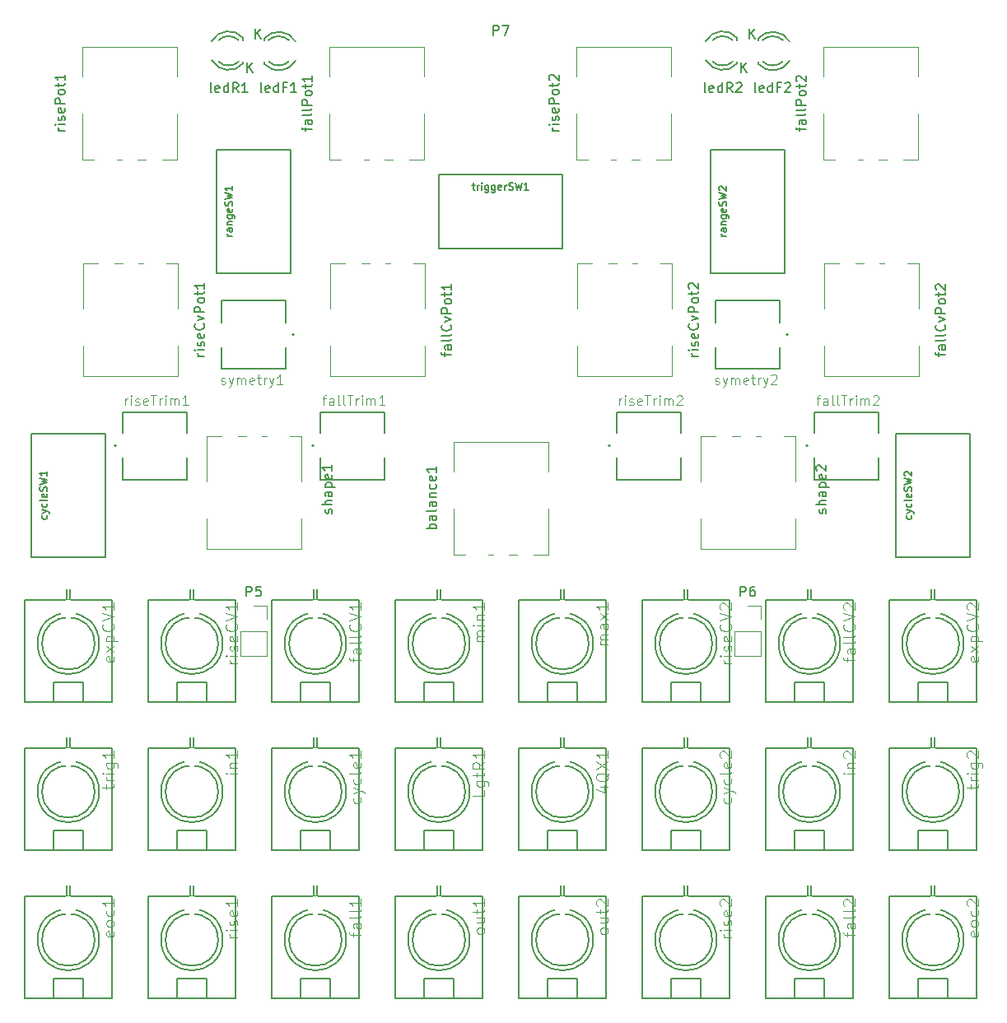
<source format=gbr>
G04 #@! TF.GenerationSoftware,KiCad,Pcbnew,(5.1.5)-3*
G04 #@! TF.CreationDate,2020-07-18T15:36:03-05:00*
G04 #@! TF.ProjectId,Miasma_IO_smd,4d696173-6d61-45f4-994f-5f736d642e6b,rev?*
G04 #@! TF.SameCoordinates,Original*
G04 #@! TF.FileFunction,Legend,Top*
G04 #@! TF.FilePolarity,Positive*
%FSLAX46Y46*%
G04 Gerber Fmt 4.6, Leading zero omitted, Abs format (unit mm)*
G04 Created by KiCad (PCBNEW (5.1.5)-3) date 2020-07-18 15:36:03*
%MOMM*%
%LPD*%
G04 APERTURE LIST*
%ADD10C,0.150000*%
%ADD11C,0.200000*%
%ADD12C,0.127000*%
%ADD13C,0.120000*%
%ADD14C,0.015000*%
%ADD15C,0.101600*%
%ADD16O,3.810000X1.905000*%
%ADD17O,1.905000X3.810000*%
%ADD18R,1.222000X1.222000*%
%ADD19C,1.222000*%
%ADD20C,1.853200*%
%ADD21C,1.800000*%
%ADD22O,2.720000X3.240000*%
%ADD23R,1.800000X1.800000*%
%ADD24O,1.700000X1.700000*%
%ADD25R,1.700000X1.700000*%
%ADD26R,2.000000X2.000000*%
%ADD27C,2.000000*%
%ADD28C,4.700000*%
G04 APERTURE END LIST*
D10*
X105410000Y-109220000D02*
X101600000Y-109220000D01*
X105410000Y-96520000D02*
X105410000Y-109220000D01*
X97790000Y-96520000D02*
X105410000Y-96520000D01*
X97790000Y-109220000D02*
X97790000Y-96520000D01*
X101600000Y-109220000D02*
X97790000Y-109220000D01*
X194310000Y-109220000D02*
X190500000Y-109220000D01*
X194310000Y-96520000D02*
X194310000Y-109220000D01*
X186690000Y-96520000D02*
X194310000Y-96520000D01*
X186690000Y-109220000D02*
X186690000Y-96520000D01*
X190500000Y-109220000D02*
X186690000Y-109220000D01*
X124460000Y-80010000D02*
X120650000Y-80010000D01*
X124460000Y-67310000D02*
X124460000Y-80010000D01*
X116840000Y-67310000D02*
X124460000Y-67310000D01*
X116840000Y-80010000D02*
X116840000Y-67310000D01*
X120650000Y-80010000D02*
X116840000Y-80010000D01*
X175260000Y-80010000D02*
X171450000Y-80010000D01*
X175260000Y-67310000D02*
X175260000Y-80010000D01*
X167640000Y-67310000D02*
X175260000Y-67310000D01*
X167640000Y-80010000D02*
X167640000Y-67310000D01*
X171450000Y-80010000D02*
X167640000Y-80010000D01*
X139700000Y-77470000D02*
X139700000Y-73660000D01*
X152400000Y-77470000D02*
X139700000Y-77470000D01*
X152400000Y-69850000D02*
X152400000Y-77470000D01*
X139700000Y-69850000D02*
X152400000Y-69850000D01*
X139700000Y-73660000D02*
X139700000Y-69850000D01*
D11*
X175614000Y-86360000D02*
G75*
G03X175614000Y-86360000I-100000J0D01*
G01*
D12*
X168150000Y-82830000D02*
X174750000Y-82830000D01*
X168150000Y-85125000D02*
X168150000Y-82840000D01*
X168150000Y-89830000D02*
X168150000Y-87665000D01*
X174750000Y-89830000D02*
X168150000Y-89830000D01*
X174750000Y-87665000D02*
X174750000Y-89830000D01*
X174750000Y-82840000D02*
X174750000Y-85125000D01*
D11*
X124814000Y-86360000D02*
G75*
G03X124814000Y-86360000I-100000J0D01*
G01*
D12*
X117350000Y-82830000D02*
X123950000Y-82830000D01*
X117350000Y-85125000D02*
X117350000Y-82840000D01*
X117350000Y-89830000D02*
X117350000Y-87665000D01*
X123950000Y-89830000D02*
X117350000Y-89830000D01*
X123950000Y-87665000D02*
X123950000Y-89830000D01*
X123950000Y-82840000D02*
X123950000Y-85125000D01*
D11*
X157326000Y-97790000D02*
G75*
G03X157326000Y-97790000I-100000J0D01*
G01*
D12*
X164590000Y-101320000D02*
X157990000Y-101320000D01*
X164590000Y-99025000D02*
X164590000Y-101310000D01*
X164590000Y-94320000D02*
X164590000Y-96485000D01*
X157990000Y-94320000D02*
X164590000Y-94320000D01*
X157990000Y-96485000D02*
X157990000Y-94320000D01*
X157990000Y-101310000D02*
X157990000Y-99025000D01*
D11*
X106526000Y-97790000D02*
G75*
G03X106526000Y-97790000I-100000J0D01*
G01*
D12*
X113790000Y-101320000D02*
X107190000Y-101320000D01*
X113790000Y-99025000D02*
X113790000Y-101310000D01*
X113790000Y-94320000D02*
X113790000Y-96485000D01*
X107190000Y-94320000D02*
X113790000Y-94320000D01*
X107190000Y-96485000D02*
X107190000Y-94320000D01*
X107190000Y-101310000D02*
X107190000Y-99025000D01*
D11*
X177646000Y-97790000D02*
G75*
G03X177646000Y-97790000I-100000J0D01*
G01*
D12*
X184910000Y-101320000D02*
X178310000Y-101320000D01*
X184910000Y-99025000D02*
X184910000Y-101310000D01*
X184910000Y-94320000D02*
X184910000Y-96485000D01*
X178310000Y-94320000D02*
X184910000Y-94320000D01*
X178310000Y-96485000D02*
X178310000Y-94320000D01*
X178310000Y-101310000D02*
X178310000Y-99025000D01*
D11*
X126846000Y-97790000D02*
G75*
G03X126846000Y-97790000I-100000J0D01*
G01*
D12*
X134110000Y-101320000D02*
X127510000Y-101320000D01*
X134110000Y-99025000D02*
X134110000Y-101310000D01*
X134110000Y-94320000D02*
X134110000Y-96485000D01*
X127510000Y-94320000D02*
X134110000Y-94320000D01*
X127510000Y-96485000D02*
X127510000Y-94320000D01*
X127510000Y-101310000D02*
X127510000Y-99025000D01*
X190300000Y-126650000D02*
X190300000Y-128850000D01*
X190700000Y-126650000D02*
X190300000Y-126650000D01*
X190700000Y-128750000D02*
X190700000Y-126650000D01*
X193190721Y-133350000D02*
G75*
G03X193190721Y-133350000I-2690721J0D01*
G01*
X189000000Y-137350000D02*
X189000000Y-139350000D01*
X192000000Y-137350000D02*
X189000000Y-137350000D01*
X192000000Y-139350000D02*
X192000000Y-137350000D01*
X193662275Y-133350000D02*
G75*
G03X193662275Y-133350000I-3162275J0D01*
G01*
X186000000Y-128850000D02*
X186000000Y-139350000D01*
X190300000Y-128850000D02*
X186000000Y-128850000D01*
X195000000Y-128850000D02*
X190300000Y-128850000D01*
X195000000Y-139350000D02*
X195000000Y-128850000D01*
X189000000Y-139350000D02*
X186000000Y-139350000D01*
X192000000Y-139350000D02*
X189000000Y-139350000D01*
X195000000Y-139350000D02*
X192000000Y-139350000D01*
X101400000Y-126650000D02*
X101400000Y-128850000D01*
X101800000Y-126650000D02*
X101400000Y-126650000D01*
X101800000Y-128750000D02*
X101800000Y-126650000D01*
X104290721Y-133350000D02*
G75*
G03X104290721Y-133350000I-2690721J0D01*
G01*
X100100000Y-137350000D02*
X100100000Y-139350000D01*
X103100000Y-137350000D02*
X100100000Y-137350000D01*
X103100000Y-139350000D02*
X103100000Y-137350000D01*
X104762275Y-133350000D02*
G75*
G03X104762275Y-133350000I-3162275J0D01*
G01*
X97100000Y-128850000D02*
X97100000Y-139350000D01*
X101400000Y-128850000D02*
X97100000Y-128850000D01*
X106100000Y-128850000D02*
X101400000Y-128850000D01*
X106100000Y-139350000D02*
X106100000Y-128850000D01*
X100100000Y-139350000D02*
X97100000Y-139350000D01*
X103100000Y-139350000D02*
X100100000Y-139350000D01*
X106100000Y-139350000D02*
X103100000Y-139350000D01*
X164900000Y-111410000D02*
X164900000Y-113610000D01*
X165300000Y-111410000D02*
X164900000Y-111410000D01*
X165300000Y-113510000D02*
X165300000Y-111410000D01*
X167790721Y-118110000D02*
G75*
G03X167790721Y-118110000I-2690721J0D01*
G01*
X163600000Y-122110000D02*
X163600000Y-124110000D01*
X166600000Y-122110000D02*
X163600000Y-122110000D01*
X166600000Y-124110000D02*
X166600000Y-122110000D01*
X168262275Y-118110000D02*
G75*
G03X168262275Y-118110000I-3162275J0D01*
G01*
X160600000Y-113610000D02*
X160600000Y-124110000D01*
X164900000Y-113610000D02*
X160600000Y-113610000D01*
X169600000Y-113610000D02*
X164900000Y-113610000D01*
X169600000Y-124110000D02*
X169600000Y-113610000D01*
X163600000Y-124110000D02*
X160600000Y-124110000D01*
X166600000Y-124110000D02*
X163600000Y-124110000D01*
X169600000Y-124110000D02*
X166600000Y-124110000D01*
X114100000Y-111410000D02*
X114100000Y-113610000D01*
X114500000Y-111410000D02*
X114100000Y-111410000D01*
X114500000Y-113510000D02*
X114500000Y-111410000D01*
X116990721Y-118110000D02*
G75*
G03X116990721Y-118110000I-2690721J0D01*
G01*
X112800000Y-122110000D02*
X112800000Y-124110000D01*
X115800000Y-122110000D02*
X112800000Y-122110000D01*
X115800000Y-124110000D02*
X115800000Y-122110000D01*
X117462275Y-118110000D02*
G75*
G03X117462275Y-118110000I-3162275J0D01*
G01*
X109800000Y-113610000D02*
X109800000Y-124110000D01*
X114100000Y-113610000D02*
X109800000Y-113610000D01*
X118800000Y-113610000D02*
X114100000Y-113610000D01*
X118800000Y-124110000D02*
X118800000Y-113610000D01*
X112800000Y-124110000D02*
X109800000Y-124110000D01*
X115800000Y-124110000D02*
X112800000Y-124110000D01*
X118800000Y-124110000D02*
X115800000Y-124110000D01*
X164900000Y-141890000D02*
X164900000Y-144090000D01*
X165300000Y-141890000D02*
X164900000Y-141890000D01*
X165300000Y-143990000D02*
X165300000Y-141890000D01*
X167790721Y-148590000D02*
G75*
G03X167790721Y-148590000I-2690721J0D01*
G01*
X163600000Y-152590000D02*
X163600000Y-154590000D01*
X166600000Y-152590000D02*
X163600000Y-152590000D01*
X166600000Y-154590000D02*
X166600000Y-152590000D01*
X168262275Y-148590000D02*
G75*
G03X168262275Y-148590000I-3162275J0D01*
G01*
X160600000Y-144090000D02*
X160600000Y-154590000D01*
X164900000Y-144090000D02*
X160600000Y-144090000D01*
X169600000Y-144090000D02*
X164900000Y-144090000D01*
X169600000Y-154590000D02*
X169600000Y-144090000D01*
X163600000Y-154590000D02*
X160600000Y-154590000D01*
X166600000Y-154590000D02*
X163600000Y-154590000D01*
X169600000Y-154590000D02*
X166600000Y-154590000D01*
X114100000Y-141890000D02*
X114100000Y-144090000D01*
X114500000Y-141890000D02*
X114100000Y-141890000D01*
X114500000Y-143990000D02*
X114500000Y-141890000D01*
X116990721Y-148590000D02*
G75*
G03X116990721Y-148590000I-2690721J0D01*
G01*
X112800000Y-152590000D02*
X112800000Y-154590000D01*
X115800000Y-152590000D02*
X112800000Y-152590000D01*
X115800000Y-154590000D02*
X115800000Y-152590000D01*
X117462275Y-148590000D02*
G75*
G03X117462275Y-148590000I-3162275J0D01*
G01*
X109800000Y-144090000D02*
X109800000Y-154590000D01*
X114100000Y-144090000D02*
X109800000Y-144090000D01*
X118800000Y-144090000D02*
X114100000Y-144090000D01*
X118800000Y-154590000D02*
X118800000Y-144090000D01*
X112800000Y-154590000D02*
X109800000Y-154590000D01*
X115800000Y-154590000D02*
X112800000Y-154590000D01*
X118800000Y-154590000D02*
X115800000Y-154590000D01*
X152200000Y-141890000D02*
X152200000Y-144090000D01*
X152600000Y-141890000D02*
X152200000Y-141890000D01*
X152600000Y-143990000D02*
X152600000Y-141890000D01*
X155090721Y-148590000D02*
G75*
G03X155090721Y-148590000I-2690721J0D01*
G01*
X150900000Y-152590000D02*
X150900000Y-154590000D01*
X153900000Y-152590000D02*
X150900000Y-152590000D01*
X153900000Y-154590000D02*
X153900000Y-152590000D01*
X155562275Y-148590000D02*
G75*
G03X155562275Y-148590000I-3162275J0D01*
G01*
X147900000Y-144090000D02*
X147900000Y-154590000D01*
X152200000Y-144090000D02*
X147900000Y-144090000D01*
X156900000Y-144090000D02*
X152200000Y-144090000D01*
X156900000Y-154590000D02*
X156900000Y-144090000D01*
X150900000Y-154590000D02*
X147900000Y-154590000D01*
X153900000Y-154590000D02*
X150900000Y-154590000D01*
X156900000Y-154590000D02*
X153900000Y-154590000D01*
X139500000Y-141890000D02*
X139500000Y-144090000D01*
X139900000Y-141890000D02*
X139500000Y-141890000D01*
X139900000Y-143990000D02*
X139900000Y-141890000D01*
X142390721Y-148590000D02*
G75*
G03X142390721Y-148590000I-2690721J0D01*
G01*
X138200000Y-152590000D02*
X138200000Y-154590000D01*
X141200000Y-152590000D02*
X138200000Y-152590000D01*
X141200000Y-154590000D02*
X141200000Y-152590000D01*
X142862275Y-148590000D02*
G75*
G03X142862275Y-148590000I-3162275J0D01*
G01*
X135200000Y-144090000D02*
X135200000Y-154590000D01*
X139500000Y-144090000D02*
X135200000Y-144090000D01*
X144200000Y-144090000D02*
X139500000Y-144090000D01*
X144200000Y-154590000D02*
X144200000Y-144090000D01*
X138200000Y-154590000D02*
X135200000Y-154590000D01*
X141200000Y-154590000D02*
X138200000Y-154590000D01*
X144200000Y-154590000D02*
X141200000Y-154590000D01*
X139500000Y-111410000D02*
X139500000Y-113610000D01*
X139900000Y-111410000D02*
X139500000Y-111410000D01*
X139900000Y-113510000D02*
X139900000Y-111410000D01*
X142390721Y-118110000D02*
G75*
G03X142390721Y-118110000I-2690721J0D01*
G01*
X138200000Y-122110000D02*
X138200000Y-124110000D01*
X141200000Y-122110000D02*
X138200000Y-122110000D01*
X141200000Y-124110000D02*
X141200000Y-122110000D01*
X142862275Y-118110000D02*
G75*
G03X142862275Y-118110000I-3162275J0D01*
G01*
X135200000Y-113610000D02*
X135200000Y-124110000D01*
X139500000Y-113610000D02*
X135200000Y-113610000D01*
X144200000Y-113610000D02*
X139500000Y-113610000D01*
X144200000Y-124110000D02*
X144200000Y-113610000D01*
X138200000Y-124110000D02*
X135200000Y-124110000D01*
X141200000Y-124110000D02*
X138200000Y-124110000D01*
X144200000Y-124110000D02*
X141200000Y-124110000D01*
X152200000Y-111410000D02*
X152200000Y-113610000D01*
X152600000Y-111410000D02*
X152200000Y-111410000D01*
X152600000Y-113510000D02*
X152600000Y-111410000D01*
X155090721Y-118110000D02*
G75*
G03X155090721Y-118110000I-2690721J0D01*
G01*
X150900000Y-122110000D02*
X150900000Y-124110000D01*
X153900000Y-122110000D02*
X150900000Y-122110000D01*
X153900000Y-124110000D02*
X153900000Y-122110000D01*
X155562275Y-118110000D02*
G75*
G03X155562275Y-118110000I-3162275J0D01*
G01*
X147900000Y-113610000D02*
X147900000Y-124110000D01*
X152200000Y-113610000D02*
X147900000Y-113610000D01*
X156900000Y-113610000D02*
X152200000Y-113610000D01*
X156900000Y-124110000D02*
X156900000Y-113610000D01*
X150900000Y-124110000D02*
X147900000Y-124110000D01*
X153900000Y-124110000D02*
X150900000Y-124110000D01*
X156900000Y-124110000D02*
X153900000Y-124110000D01*
X139500000Y-126650000D02*
X139500000Y-128850000D01*
X139900000Y-126650000D02*
X139500000Y-126650000D01*
X139900000Y-128750000D02*
X139900000Y-126650000D01*
X142390721Y-133350000D02*
G75*
G03X142390721Y-133350000I-2690721J0D01*
G01*
X138200000Y-137350000D02*
X138200000Y-139350000D01*
X141200000Y-137350000D02*
X138200000Y-137350000D01*
X141200000Y-139350000D02*
X141200000Y-137350000D01*
X142862275Y-133350000D02*
G75*
G03X142862275Y-133350000I-3162275J0D01*
G01*
X135200000Y-128850000D02*
X135200000Y-139350000D01*
X139500000Y-128850000D02*
X135200000Y-128850000D01*
X144200000Y-128850000D02*
X139500000Y-128850000D01*
X144200000Y-139350000D02*
X144200000Y-128850000D01*
X138200000Y-139350000D02*
X135200000Y-139350000D01*
X141200000Y-139350000D02*
X138200000Y-139350000D01*
X144200000Y-139350000D02*
X141200000Y-139350000D01*
X177600000Y-126650000D02*
X177600000Y-128850000D01*
X178000000Y-126650000D02*
X177600000Y-126650000D01*
X178000000Y-128750000D02*
X178000000Y-126650000D01*
X180490721Y-133350000D02*
G75*
G03X180490721Y-133350000I-2690721J0D01*
G01*
X176300000Y-137350000D02*
X176300000Y-139350000D01*
X179300000Y-137350000D02*
X176300000Y-137350000D01*
X179300000Y-139350000D02*
X179300000Y-137350000D01*
X180962275Y-133350000D02*
G75*
G03X180962275Y-133350000I-3162275J0D01*
G01*
X173300000Y-128850000D02*
X173300000Y-139350000D01*
X177600000Y-128850000D02*
X173300000Y-128850000D01*
X182300000Y-128850000D02*
X177600000Y-128850000D01*
X182300000Y-139350000D02*
X182300000Y-128850000D01*
X176300000Y-139350000D02*
X173300000Y-139350000D01*
X179300000Y-139350000D02*
X176300000Y-139350000D01*
X182300000Y-139350000D02*
X179300000Y-139350000D01*
X114100000Y-126650000D02*
X114100000Y-128850000D01*
X114500000Y-126650000D02*
X114100000Y-126650000D01*
X114500000Y-128750000D02*
X114500000Y-126650000D01*
X116990721Y-133350000D02*
G75*
G03X116990721Y-133350000I-2690721J0D01*
G01*
X112800000Y-137350000D02*
X112800000Y-139350000D01*
X115800000Y-137350000D02*
X112800000Y-137350000D01*
X115800000Y-139350000D02*
X115800000Y-137350000D01*
X117462275Y-133350000D02*
G75*
G03X117462275Y-133350000I-3162275J0D01*
G01*
X109800000Y-128850000D02*
X109800000Y-139350000D01*
X114100000Y-128850000D02*
X109800000Y-128850000D01*
X118800000Y-128850000D02*
X114100000Y-128850000D01*
X118800000Y-139350000D02*
X118800000Y-128850000D01*
X112800000Y-139350000D02*
X109800000Y-139350000D01*
X115800000Y-139350000D02*
X112800000Y-139350000D01*
X118800000Y-139350000D02*
X115800000Y-139350000D01*
X177600000Y-111410000D02*
X177600000Y-113610000D01*
X178000000Y-111410000D02*
X177600000Y-111410000D01*
X178000000Y-113510000D02*
X178000000Y-111410000D01*
X180490721Y-118110000D02*
G75*
G03X180490721Y-118110000I-2690721J0D01*
G01*
X176300000Y-122110000D02*
X176300000Y-124110000D01*
X179300000Y-122110000D02*
X176300000Y-122110000D01*
X179300000Y-124110000D02*
X179300000Y-122110000D01*
X180962275Y-118110000D02*
G75*
G03X180962275Y-118110000I-3162275J0D01*
G01*
X173300000Y-113610000D02*
X173300000Y-124110000D01*
X177600000Y-113610000D02*
X173300000Y-113610000D01*
X182300000Y-113610000D02*
X177600000Y-113610000D01*
X182300000Y-124110000D02*
X182300000Y-113610000D01*
X176300000Y-124110000D02*
X173300000Y-124110000D01*
X179300000Y-124110000D02*
X176300000Y-124110000D01*
X182300000Y-124110000D02*
X179300000Y-124110000D01*
X126800000Y-111410000D02*
X126800000Y-113610000D01*
X127200000Y-111410000D02*
X126800000Y-111410000D01*
X127200000Y-113510000D02*
X127200000Y-111410000D01*
X129690721Y-118110000D02*
G75*
G03X129690721Y-118110000I-2690721J0D01*
G01*
X125500000Y-122110000D02*
X125500000Y-124110000D01*
X128500000Y-122110000D02*
X125500000Y-122110000D01*
X128500000Y-124110000D02*
X128500000Y-122110000D01*
X130162275Y-118110000D02*
G75*
G03X130162275Y-118110000I-3162275J0D01*
G01*
X122500000Y-113610000D02*
X122500000Y-124110000D01*
X126800000Y-113610000D02*
X122500000Y-113610000D01*
X131500000Y-113610000D02*
X126800000Y-113610000D01*
X131500000Y-124110000D02*
X131500000Y-113610000D01*
X125500000Y-124110000D02*
X122500000Y-124110000D01*
X128500000Y-124110000D02*
X125500000Y-124110000D01*
X131500000Y-124110000D02*
X128500000Y-124110000D01*
X177600000Y-141890000D02*
X177600000Y-144090000D01*
X178000000Y-141890000D02*
X177600000Y-141890000D01*
X178000000Y-143990000D02*
X178000000Y-141890000D01*
X180490721Y-148590000D02*
G75*
G03X180490721Y-148590000I-2690721J0D01*
G01*
X176300000Y-152590000D02*
X176300000Y-154590000D01*
X179300000Y-152590000D02*
X176300000Y-152590000D01*
X179300000Y-154590000D02*
X179300000Y-152590000D01*
X180962275Y-148590000D02*
G75*
G03X180962275Y-148590000I-3162275J0D01*
G01*
X173300000Y-144090000D02*
X173300000Y-154590000D01*
X177600000Y-144090000D02*
X173300000Y-144090000D01*
X182300000Y-144090000D02*
X177600000Y-144090000D01*
X182300000Y-154590000D02*
X182300000Y-144090000D01*
X176300000Y-154590000D02*
X173300000Y-154590000D01*
X179300000Y-154590000D02*
X176300000Y-154590000D01*
X182300000Y-154590000D02*
X179300000Y-154590000D01*
X126800000Y-141890000D02*
X126800000Y-144090000D01*
X127200000Y-141890000D02*
X126800000Y-141890000D01*
X127200000Y-143990000D02*
X127200000Y-141890000D01*
X129690721Y-148590000D02*
G75*
G03X129690721Y-148590000I-2690721J0D01*
G01*
X125500000Y-152590000D02*
X125500000Y-154590000D01*
X128500000Y-152590000D02*
X125500000Y-152590000D01*
X128500000Y-154590000D02*
X128500000Y-152590000D01*
X130162275Y-148590000D02*
G75*
G03X130162275Y-148590000I-3162275J0D01*
G01*
X122500000Y-144090000D02*
X122500000Y-154590000D01*
X126800000Y-144090000D02*
X122500000Y-144090000D01*
X131500000Y-144090000D02*
X126800000Y-144090000D01*
X131500000Y-154590000D02*
X131500000Y-144090000D01*
X125500000Y-154590000D02*
X122500000Y-154590000D01*
X128500000Y-154590000D02*
X125500000Y-154590000D01*
X131500000Y-154590000D02*
X128500000Y-154590000D01*
X190300000Y-111410000D02*
X190300000Y-113610000D01*
X190700000Y-111410000D02*
X190300000Y-111410000D01*
X190700000Y-113510000D02*
X190700000Y-111410000D01*
X193190721Y-118110000D02*
G75*
G03X193190721Y-118110000I-2690721J0D01*
G01*
X189000000Y-122110000D02*
X189000000Y-124110000D01*
X192000000Y-122110000D02*
X189000000Y-122110000D01*
X192000000Y-124110000D02*
X192000000Y-122110000D01*
X193662275Y-118110000D02*
G75*
G03X193662275Y-118110000I-3162275J0D01*
G01*
X186000000Y-113610000D02*
X186000000Y-124110000D01*
X190300000Y-113610000D02*
X186000000Y-113610000D01*
X195000000Y-113610000D02*
X190300000Y-113610000D01*
X195000000Y-124110000D02*
X195000000Y-113610000D01*
X189000000Y-124110000D02*
X186000000Y-124110000D01*
X192000000Y-124110000D02*
X189000000Y-124110000D01*
X195000000Y-124110000D02*
X192000000Y-124110000D01*
X101400000Y-111410000D02*
X101400000Y-113610000D01*
X101800000Y-111410000D02*
X101400000Y-111410000D01*
X101800000Y-113510000D02*
X101800000Y-111410000D01*
X104290721Y-118110000D02*
G75*
G03X104290721Y-118110000I-2690721J0D01*
G01*
X100100000Y-122110000D02*
X100100000Y-124110000D01*
X103100000Y-122110000D02*
X100100000Y-122110000D01*
X103100000Y-124110000D02*
X103100000Y-122110000D01*
X104762275Y-118110000D02*
G75*
G03X104762275Y-118110000I-3162275J0D01*
G01*
X97100000Y-113610000D02*
X97100000Y-124110000D01*
X101400000Y-113610000D02*
X97100000Y-113610000D01*
X106100000Y-113610000D02*
X101400000Y-113610000D01*
X106100000Y-124110000D02*
X106100000Y-113610000D01*
X100100000Y-124110000D02*
X97100000Y-124110000D01*
X103100000Y-124110000D02*
X100100000Y-124110000D01*
X106100000Y-124110000D02*
X103100000Y-124110000D01*
X190300000Y-141890000D02*
X190300000Y-144090000D01*
X190700000Y-141890000D02*
X190300000Y-141890000D01*
X190700000Y-143990000D02*
X190700000Y-141890000D01*
X193190721Y-148590000D02*
G75*
G03X193190721Y-148590000I-2690721J0D01*
G01*
X189000000Y-152590000D02*
X189000000Y-154590000D01*
X192000000Y-152590000D02*
X189000000Y-152590000D01*
X192000000Y-154590000D02*
X192000000Y-152590000D01*
X193662275Y-148590000D02*
G75*
G03X193662275Y-148590000I-3162275J0D01*
G01*
X186000000Y-144090000D02*
X186000000Y-154590000D01*
X190300000Y-144090000D02*
X186000000Y-144090000D01*
X195000000Y-144090000D02*
X190300000Y-144090000D01*
X195000000Y-154590000D02*
X195000000Y-144090000D01*
X189000000Y-154590000D02*
X186000000Y-154590000D01*
X192000000Y-154590000D02*
X189000000Y-154590000D01*
X195000000Y-154590000D02*
X192000000Y-154590000D01*
X101400000Y-141890000D02*
X101400000Y-144090000D01*
X101800000Y-141890000D02*
X101400000Y-141890000D01*
X101800000Y-143990000D02*
X101800000Y-141890000D01*
X104290721Y-148590000D02*
G75*
G03X104290721Y-148590000I-2690721J0D01*
G01*
X100100000Y-152590000D02*
X100100000Y-154590000D01*
X103100000Y-152590000D02*
X100100000Y-152590000D01*
X103100000Y-154590000D02*
X103100000Y-152590000D01*
X104762275Y-148590000D02*
G75*
G03X104762275Y-148590000I-3162275J0D01*
G01*
X97100000Y-144090000D02*
X97100000Y-154590000D01*
X101400000Y-144090000D02*
X97100000Y-144090000D01*
X106100000Y-144090000D02*
X101400000Y-144090000D01*
X106100000Y-154590000D02*
X106100000Y-144090000D01*
X100100000Y-154590000D02*
X97100000Y-154590000D01*
X103100000Y-154590000D02*
X100100000Y-154590000D01*
X106100000Y-154590000D02*
X103100000Y-154590000D01*
X164900000Y-126650000D02*
X164900000Y-128850000D01*
X165300000Y-126650000D02*
X164900000Y-126650000D01*
X165300000Y-128750000D02*
X165300000Y-126650000D01*
X167790721Y-133350000D02*
G75*
G03X167790721Y-133350000I-2690721J0D01*
G01*
X163600000Y-137350000D02*
X163600000Y-139350000D01*
X166600000Y-137350000D02*
X163600000Y-137350000D01*
X166600000Y-139350000D02*
X166600000Y-137350000D01*
X168262275Y-133350000D02*
G75*
G03X168262275Y-133350000I-3162275J0D01*
G01*
X160600000Y-128850000D02*
X160600000Y-139350000D01*
X164900000Y-128850000D02*
X160600000Y-128850000D01*
X169600000Y-128850000D02*
X164900000Y-128850000D01*
X169600000Y-139350000D02*
X169600000Y-128850000D01*
X163600000Y-139350000D02*
X160600000Y-139350000D01*
X166600000Y-139350000D02*
X163600000Y-139350000D01*
X169600000Y-139350000D02*
X166600000Y-139350000D01*
X126800000Y-126650000D02*
X126800000Y-128850000D01*
X127200000Y-126650000D02*
X126800000Y-126650000D01*
X127200000Y-128750000D02*
X127200000Y-126650000D01*
X129690721Y-133350000D02*
G75*
G03X129690721Y-133350000I-2690721J0D01*
G01*
X125500000Y-137350000D02*
X125500000Y-139350000D01*
X128500000Y-137350000D02*
X125500000Y-137350000D01*
X128500000Y-139350000D02*
X128500000Y-137350000D01*
X130162275Y-133350000D02*
G75*
G03X130162275Y-133350000I-3162275J0D01*
G01*
X122500000Y-128850000D02*
X122500000Y-139350000D01*
X126800000Y-128850000D02*
X122500000Y-128850000D01*
X131500000Y-128850000D02*
X126800000Y-128850000D01*
X131500000Y-139350000D02*
X131500000Y-128850000D01*
X125500000Y-139350000D02*
X122500000Y-139350000D01*
X128500000Y-139350000D02*
X125500000Y-139350000D01*
X131500000Y-139350000D02*
X128500000Y-139350000D01*
X152200000Y-126650000D02*
X152200000Y-128850000D01*
X152600000Y-126650000D02*
X152200000Y-126650000D01*
X152600000Y-128750000D02*
X152600000Y-126650000D01*
X155090721Y-133350000D02*
G75*
G03X155090721Y-133350000I-2690721J0D01*
G01*
X150900000Y-137350000D02*
X150900000Y-139350000D01*
X153900000Y-137350000D02*
X150900000Y-137350000D01*
X153900000Y-139350000D02*
X153900000Y-137350000D01*
X155562275Y-133350000D02*
G75*
G03X155562275Y-133350000I-3162275J0D01*
G01*
X147900000Y-128850000D02*
X147900000Y-139350000D01*
X152200000Y-128850000D02*
X147900000Y-128850000D01*
X156900000Y-128850000D02*
X152200000Y-128850000D01*
X156900000Y-139350000D02*
X156900000Y-128850000D01*
X150900000Y-139350000D02*
X147900000Y-139350000D01*
X153900000Y-139350000D02*
X150900000Y-139350000D01*
X156900000Y-139350000D02*
X153900000Y-139350000D01*
D13*
X169830000Y-96765000D02*
X170660000Y-96765000D01*
X172280000Y-96765000D02*
X172810000Y-96765000D01*
X175180000Y-96765000D02*
X176360000Y-96765000D01*
X166620000Y-96765000D02*
X166620000Y-101485000D01*
X176360000Y-105295000D02*
X176360000Y-108355000D01*
X176360000Y-96765000D02*
X176360000Y-101485000D01*
X166620000Y-105295000D02*
X166620000Y-108355000D01*
X166620000Y-96765000D02*
X168110000Y-96765000D01*
X166620000Y-108355000D02*
X176360000Y-108355000D01*
X119030000Y-96765000D02*
X119860000Y-96765000D01*
X121480000Y-96765000D02*
X122010000Y-96765000D01*
X124380000Y-96765000D02*
X125560000Y-96765000D01*
X115820000Y-96765000D02*
X115820000Y-101485000D01*
X125560000Y-105295000D02*
X125560000Y-108355000D01*
X125560000Y-96765000D02*
X125560000Y-101485000D01*
X115820000Y-105295000D02*
X115820000Y-108355000D01*
X115820000Y-96765000D02*
X117310000Y-96765000D01*
X115820000Y-108355000D02*
X125560000Y-108355000D01*
X160370000Y-68335000D02*
X159540000Y-68335000D01*
X157920000Y-68335000D02*
X157390000Y-68335000D01*
X155020000Y-68335000D02*
X153840000Y-68335000D01*
X163580000Y-68335000D02*
X163580000Y-63615000D01*
X153840000Y-59805000D02*
X153840000Y-56745000D01*
X153830000Y-68335000D02*
X153830000Y-63615000D01*
X163580000Y-59805000D02*
X163580000Y-56745000D01*
X163580000Y-68335000D02*
X162090000Y-68335000D01*
X163580000Y-56745000D02*
X153840000Y-56745000D01*
X109570000Y-68335000D02*
X108740000Y-68335000D01*
X107120000Y-68335000D02*
X106590000Y-68335000D01*
X104220000Y-68335000D02*
X103040000Y-68335000D01*
X112780000Y-68335000D02*
X112780000Y-63615000D01*
X103040000Y-59805000D02*
X103040000Y-56745000D01*
X103030000Y-68335000D02*
X103030000Y-63615000D01*
X112780000Y-59805000D02*
X112780000Y-56745000D01*
X112780000Y-68335000D02*
X111290000Y-68335000D01*
X112780000Y-56745000D02*
X103040000Y-56745000D01*
X157130000Y-78985000D02*
X157960000Y-78985000D01*
X159580000Y-78985000D02*
X160110000Y-78985000D01*
X162480000Y-78985000D02*
X163660000Y-78985000D01*
X153920000Y-78985000D02*
X153920000Y-83705000D01*
X163660000Y-87515000D02*
X163660000Y-90575000D01*
X163670000Y-78985000D02*
X163670000Y-83705000D01*
X153920000Y-87515000D02*
X153920000Y-90575000D01*
X153920000Y-78985000D02*
X155410000Y-78985000D01*
X153920000Y-90575000D02*
X163660000Y-90575000D01*
X106330000Y-78985000D02*
X107160000Y-78985000D01*
X108780000Y-78985000D02*
X109310000Y-78985000D01*
X111680000Y-78985000D02*
X112860000Y-78985000D01*
X103120000Y-78985000D02*
X103120000Y-83705000D01*
X112860000Y-87515000D02*
X112860000Y-90575000D01*
X112870000Y-78985000D02*
X112870000Y-83705000D01*
X103120000Y-87515000D02*
X103120000Y-90575000D01*
X103120000Y-78985000D02*
X104610000Y-78985000D01*
X103120000Y-90575000D02*
X112860000Y-90575000D01*
X185770000Y-68335000D02*
X184940000Y-68335000D01*
X183320000Y-68335000D02*
X182790000Y-68335000D01*
X180420000Y-68335000D02*
X179240000Y-68335000D01*
X188980000Y-68335000D02*
X188980000Y-63615000D01*
X179240000Y-59805000D02*
X179240000Y-56745000D01*
X179230000Y-68335000D02*
X179230000Y-63615000D01*
X188980000Y-59805000D02*
X188980000Y-56745000D01*
X188980000Y-68335000D02*
X187490000Y-68335000D01*
X188980000Y-56745000D02*
X179240000Y-56745000D01*
X134970000Y-68335000D02*
X134140000Y-68335000D01*
X132520000Y-68335000D02*
X131990000Y-68335000D01*
X129620000Y-68335000D02*
X128440000Y-68335000D01*
X138180000Y-68335000D02*
X138180000Y-63615000D01*
X128440000Y-59805000D02*
X128440000Y-56745000D01*
X128430000Y-68335000D02*
X128430000Y-63615000D01*
X138180000Y-59805000D02*
X138180000Y-56745000D01*
X138180000Y-68335000D02*
X136690000Y-68335000D01*
X138180000Y-56745000D02*
X128440000Y-56745000D01*
X182530000Y-78985000D02*
X183360000Y-78985000D01*
X184980000Y-78985000D02*
X185510000Y-78985000D01*
X187880000Y-78985000D02*
X189060000Y-78985000D01*
X179320000Y-78985000D02*
X179320000Y-83705000D01*
X189060000Y-87515000D02*
X189060000Y-90575000D01*
X189070000Y-78985000D02*
X189070000Y-83705000D01*
X179320000Y-87515000D02*
X179320000Y-90575000D01*
X179320000Y-78985000D02*
X180810000Y-78985000D01*
X179320000Y-90575000D02*
X189060000Y-90575000D01*
X131730000Y-78985000D02*
X132560000Y-78985000D01*
X134180000Y-78985000D02*
X134710000Y-78985000D01*
X137080000Y-78985000D02*
X138260000Y-78985000D01*
X128520000Y-78985000D02*
X128520000Y-83705000D01*
X138260000Y-87515000D02*
X138260000Y-90575000D01*
X138270000Y-78985000D02*
X138270000Y-83705000D01*
X128520000Y-87515000D02*
X128520000Y-90575000D01*
X128520000Y-78985000D02*
X130010000Y-78985000D01*
X128520000Y-90575000D02*
X138260000Y-90575000D01*
X147750000Y-108975000D02*
X146920000Y-108975000D01*
X145300000Y-108975000D02*
X144770000Y-108975000D01*
X142400000Y-108975000D02*
X141220000Y-108975000D01*
X150960000Y-108975000D02*
X150960000Y-104255000D01*
X141220000Y-100445000D02*
X141220000Y-97385000D01*
X141210000Y-108975000D02*
X141210000Y-104255000D01*
X150960000Y-100445000D02*
X150960000Y-97385000D01*
X150960000Y-108975000D02*
X149470000Y-108975000D01*
X150960000Y-97385000D02*
X141220000Y-97385000D01*
X171450000Y-114240000D02*
X172780000Y-114240000D01*
X172780000Y-114240000D02*
X172780000Y-115570000D01*
X172780000Y-116840000D02*
X172780000Y-119440000D01*
X170120000Y-119440000D02*
X172780000Y-119440000D01*
X170120000Y-116840000D02*
X170120000Y-119440000D01*
X170120000Y-116840000D02*
X172780000Y-116840000D01*
X120650000Y-114240000D02*
X121980000Y-114240000D01*
X121980000Y-114240000D02*
X121980000Y-115570000D01*
X121980000Y-116840000D02*
X121980000Y-119440000D01*
X119320000Y-119440000D02*
X121980000Y-119440000D01*
X119320000Y-116840000D02*
X119320000Y-119440000D01*
X119320000Y-116840000D02*
X121980000Y-116840000D01*
D10*
X121721000Y-58464000D02*
X121721000Y-58264000D01*
X121721000Y-55870000D02*
X121721000Y-56050000D01*
X124948744Y-56180357D02*
G75*
G03X121721000Y-55864000I-1727744J-1003643D01*
G01*
X124273006Y-56050932D02*
G75*
G03X122170000Y-56050000I-1052006J-1133068D01*
G01*
X121733780Y-58490726D02*
G75*
G03X124971000Y-58144000I1497220J1306726D01*
G01*
X122207111Y-58263253D02*
G75*
G03X124255000Y-58244000I1013889J1079253D01*
G01*
X172521000Y-58464000D02*
X172521000Y-58264000D01*
X172521000Y-55870000D02*
X172521000Y-56050000D01*
X175748744Y-56180357D02*
G75*
G03X172521000Y-55864000I-1727744J-1003643D01*
G01*
X175073006Y-56050932D02*
G75*
G03X172970000Y-56050000I-1052006J-1133068D01*
G01*
X172533780Y-58490726D02*
G75*
G03X175771000Y-58144000I1497220J1306726D01*
G01*
X173007111Y-58263253D02*
G75*
G03X175055000Y-58244000I1013889J1079253D01*
G01*
X119579000Y-55836000D02*
X119579000Y-56036000D01*
X119579000Y-58430000D02*
X119579000Y-58250000D01*
X116351256Y-58119643D02*
G75*
G03X119579000Y-58436000I1727744J1003643D01*
G01*
X117026994Y-58249068D02*
G75*
G03X119130000Y-58250000I1052006J1133068D01*
G01*
X119566220Y-55809274D02*
G75*
G03X116329000Y-56156000I-1497220J-1306726D01*
G01*
X119092889Y-56036747D02*
G75*
G03X117045000Y-56056000I-1013889J-1079253D01*
G01*
X170379000Y-55836000D02*
X170379000Y-56036000D01*
X170379000Y-58430000D02*
X170379000Y-58250000D01*
X167151256Y-58119643D02*
G75*
G03X170379000Y-58436000I1727744J1003643D01*
G01*
X167826994Y-58249068D02*
G75*
G03X169930000Y-58250000I1052006J1133068D01*
G01*
X170366220Y-55809274D02*
G75*
G03X167129000Y-56156000I-1497220J-1306726D01*
G01*
X169892889Y-56036747D02*
G75*
G03X167845000Y-56056000I-1013889J-1079253D01*
G01*
X99363571Y-104959285D02*
X99399285Y-105030714D01*
X99399285Y-105173571D01*
X99363571Y-105245000D01*
X99327857Y-105280714D01*
X99256428Y-105316428D01*
X99042142Y-105316428D01*
X98970714Y-105280714D01*
X98935000Y-105245000D01*
X98899285Y-105173571D01*
X98899285Y-105030714D01*
X98935000Y-104959285D01*
X98899285Y-104709285D02*
X99399285Y-104530714D01*
X98899285Y-104352142D02*
X99399285Y-104530714D01*
X99577857Y-104602142D01*
X99613571Y-104637857D01*
X99649285Y-104709285D01*
X99363571Y-103745000D02*
X99399285Y-103816428D01*
X99399285Y-103959285D01*
X99363571Y-104030714D01*
X99327857Y-104066428D01*
X99256428Y-104102142D01*
X99042142Y-104102142D01*
X98970714Y-104066428D01*
X98935000Y-104030714D01*
X98899285Y-103959285D01*
X98899285Y-103816428D01*
X98935000Y-103745000D01*
X99399285Y-103316428D02*
X99363571Y-103387857D01*
X99292142Y-103423571D01*
X98649285Y-103423571D01*
X99363571Y-102745000D02*
X99399285Y-102816428D01*
X99399285Y-102959285D01*
X99363571Y-103030714D01*
X99292142Y-103066428D01*
X99006428Y-103066428D01*
X98935000Y-103030714D01*
X98899285Y-102959285D01*
X98899285Y-102816428D01*
X98935000Y-102745000D01*
X99006428Y-102709285D01*
X99077857Y-102709285D01*
X99149285Y-103066428D01*
X99363571Y-102423571D02*
X99399285Y-102316428D01*
X99399285Y-102137857D01*
X99363571Y-102066428D01*
X99327857Y-102030714D01*
X99256428Y-101995000D01*
X99185000Y-101995000D01*
X99113571Y-102030714D01*
X99077857Y-102066428D01*
X99042142Y-102137857D01*
X99006428Y-102280714D01*
X98970714Y-102352142D01*
X98935000Y-102387857D01*
X98863571Y-102423571D01*
X98792142Y-102423571D01*
X98720714Y-102387857D01*
X98685000Y-102352142D01*
X98649285Y-102280714D01*
X98649285Y-102102142D01*
X98685000Y-101995000D01*
X98649285Y-101745000D02*
X99399285Y-101566428D01*
X98863571Y-101423571D01*
X99399285Y-101280714D01*
X98649285Y-101102142D01*
X99399285Y-100423571D02*
X99399285Y-100852142D01*
X99399285Y-100637857D02*
X98649285Y-100637857D01*
X98756428Y-100709285D01*
X98827857Y-100780714D01*
X98863571Y-100852142D01*
X188263571Y-104959285D02*
X188299285Y-105030714D01*
X188299285Y-105173571D01*
X188263571Y-105245000D01*
X188227857Y-105280714D01*
X188156428Y-105316428D01*
X187942142Y-105316428D01*
X187870714Y-105280714D01*
X187835000Y-105245000D01*
X187799285Y-105173571D01*
X187799285Y-105030714D01*
X187835000Y-104959285D01*
X187799285Y-104709285D02*
X188299285Y-104530714D01*
X187799285Y-104352142D02*
X188299285Y-104530714D01*
X188477857Y-104602142D01*
X188513571Y-104637857D01*
X188549285Y-104709285D01*
X188263571Y-103745000D02*
X188299285Y-103816428D01*
X188299285Y-103959285D01*
X188263571Y-104030714D01*
X188227857Y-104066428D01*
X188156428Y-104102142D01*
X187942142Y-104102142D01*
X187870714Y-104066428D01*
X187835000Y-104030714D01*
X187799285Y-103959285D01*
X187799285Y-103816428D01*
X187835000Y-103745000D01*
X188299285Y-103316428D02*
X188263571Y-103387857D01*
X188192142Y-103423571D01*
X187549285Y-103423571D01*
X188263571Y-102745000D02*
X188299285Y-102816428D01*
X188299285Y-102959285D01*
X188263571Y-103030714D01*
X188192142Y-103066428D01*
X187906428Y-103066428D01*
X187835000Y-103030714D01*
X187799285Y-102959285D01*
X187799285Y-102816428D01*
X187835000Y-102745000D01*
X187906428Y-102709285D01*
X187977857Y-102709285D01*
X188049285Y-103066428D01*
X188263571Y-102423571D02*
X188299285Y-102316428D01*
X188299285Y-102137857D01*
X188263571Y-102066428D01*
X188227857Y-102030714D01*
X188156428Y-101995000D01*
X188085000Y-101995000D01*
X188013571Y-102030714D01*
X187977857Y-102066428D01*
X187942142Y-102137857D01*
X187906428Y-102280714D01*
X187870714Y-102352142D01*
X187835000Y-102387857D01*
X187763571Y-102423571D01*
X187692142Y-102423571D01*
X187620714Y-102387857D01*
X187585000Y-102352142D01*
X187549285Y-102280714D01*
X187549285Y-102102142D01*
X187585000Y-101995000D01*
X187549285Y-101745000D02*
X188299285Y-101566428D01*
X187763571Y-101423571D01*
X188299285Y-101280714D01*
X187549285Y-101102142D01*
X187620714Y-100852142D02*
X187585000Y-100816428D01*
X187549285Y-100745000D01*
X187549285Y-100566428D01*
X187585000Y-100495000D01*
X187620714Y-100459285D01*
X187692142Y-100423571D01*
X187763571Y-100423571D01*
X187870714Y-100459285D01*
X188299285Y-100887857D01*
X188299285Y-100423571D01*
X118449285Y-76195714D02*
X117949285Y-76195714D01*
X118092142Y-76195714D02*
X118020714Y-76160000D01*
X117985000Y-76124285D01*
X117949285Y-76052857D01*
X117949285Y-75981428D01*
X118449285Y-75410000D02*
X118056428Y-75410000D01*
X117985000Y-75445714D01*
X117949285Y-75517142D01*
X117949285Y-75660000D01*
X117985000Y-75731428D01*
X118413571Y-75410000D02*
X118449285Y-75481428D01*
X118449285Y-75660000D01*
X118413571Y-75731428D01*
X118342142Y-75767142D01*
X118270714Y-75767142D01*
X118199285Y-75731428D01*
X118163571Y-75660000D01*
X118163571Y-75481428D01*
X118127857Y-75410000D01*
X117949285Y-75052857D02*
X118449285Y-75052857D01*
X118020714Y-75052857D02*
X117985000Y-75017142D01*
X117949285Y-74945714D01*
X117949285Y-74838571D01*
X117985000Y-74767142D01*
X118056428Y-74731428D01*
X118449285Y-74731428D01*
X117949285Y-74052857D02*
X118556428Y-74052857D01*
X118627857Y-74088571D01*
X118663571Y-74124285D01*
X118699285Y-74195714D01*
X118699285Y-74302857D01*
X118663571Y-74374285D01*
X118413571Y-74052857D02*
X118449285Y-74124285D01*
X118449285Y-74267142D01*
X118413571Y-74338571D01*
X118377857Y-74374285D01*
X118306428Y-74410000D01*
X118092142Y-74410000D01*
X118020714Y-74374285D01*
X117985000Y-74338571D01*
X117949285Y-74267142D01*
X117949285Y-74124285D01*
X117985000Y-74052857D01*
X118413571Y-73410000D02*
X118449285Y-73481428D01*
X118449285Y-73624285D01*
X118413571Y-73695714D01*
X118342142Y-73731428D01*
X118056428Y-73731428D01*
X117985000Y-73695714D01*
X117949285Y-73624285D01*
X117949285Y-73481428D01*
X117985000Y-73410000D01*
X118056428Y-73374285D01*
X118127857Y-73374285D01*
X118199285Y-73731428D01*
X118413571Y-73088571D02*
X118449285Y-72981428D01*
X118449285Y-72802857D01*
X118413571Y-72731428D01*
X118377857Y-72695714D01*
X118306428Y-72660000D01*
X118235000Y-72660000D01*
X118163571Y-72695714D01*
X118127857Y-72731428D01*
X118092142Y-72802857D01*
X118056428Y-72945714D01*
X118020714Y-73017142D01*
X117985000Y-73052857D01*
X117913571Y-73088571D01*
X117842142Y-73088571D01*
X117770714Y-73052857D01*
X117735000Y-73017142D01*
X117699285Y-72945714D01*
X117699285Y-72767142D01*
X117735000Y-72660000D01*
X117699285Y-72410000D02*
X118449285Y-72231428D01*
X117913571Y-72088571D01*
X118449285Y-71945714D01*
X117699285Y-71767142D01*
X118449285Y-71088571D02*
X118449285Y-71517142D01*
X118449285Y-71302857D02*
X117699285Y-71302857D01*
X117806428Y-71374285D01*
X117877857Y-71445714D01*
X117913571Y-71517142D01*
X169249285Y-76195714D02*
X168749285Y-76195714D01*
X168892142Y-76195714D02*
X168820714Y-76160000D01*
X168785000Y-76124285D01*
X168749285Y-76052857D01*
X168749285Y-75981428D01*
X169249285Y-75410000D02*
X168856428Y-75410000D01*
X168785000Y-75445714D01*
X168749285Y-75517142D01*
X168749285Y-75660000D01*
X168785000Y-75731428D01*
X169213571Y-75410000D02*
X169249285Y-75481428D01*
X169249285Y-75660000D01*
X169213571Y-75731428D01*
X169142142Y-75767142D01*
X169070714Y-75767142D01*
X168999285Y-75731428D01*
X168963571Y-75660000D01*
X168963571Y-75481428D01*
X168927857Y-75410000D01*
X168749285Y-75052857D02*
X169249285Y-75052857D01*
X168820714Y-75052857D02*
X168785000Y-75017142D01*
X168749285Y-74945714D01*
X168749285Y-74838571D01*
X168785000Y-74767142D01*
X168856428Y-74731428D01*
X169249285Y-74731428D01*
X168749285Y-74052857D02*
X169356428Y-74052857D01*
X169427857Y-74088571D01*
X169463571Y-74124285D01*
X169499285Y-74195714D01*
X169499285Y-74302857D01*
X169463571Y-74374285D01*
X169213571Y-74052857D02*
X169249285Y-74124285D01*
X169249285Y-74267142D01*
X169213571Y-74338571D01*
X169177857Y-74374285D01*
X169106428Y-74410000D01*
X168892142Y-74410000D01*
X168820714Y-74374285D01*
X168785000Y-74338571D01*
X168749285Y-74267142D01*
X168749285Y-74124285D01*
X168785000Y-74052857D01*
X169213571Y-73410000D02*
X169249285Y-73481428D01*
X169249285Y-73624285D01*
X169213571Y-73695714D01*
X169142142Y-73731428D01*
X168856428Y-73731428D01*
X168785000Y-73695714D01*
X168749285Y-73624285D01*
X168749285Y-73481428D01*
X168785000Y-73410000D01*
X168856428Y-73374285D01*
X168927857Y-73374285D01*
X168999285Y-73731428D01*
X169213571Y-73088571D02*
X169249285Y-72981428D01*
X169249285Y-72802857D01*
X169213571Y-72731428D01*
X169177857Y-72695714D01*
X169106428Y-72660000D01*
X169035000Y-72660000D01*
X168963571Y-72695714D01*
X168927857Y-72731428D01*
X168892142Y-72802857D01*
X168856428Y-72945714D01*
X168820714Y-73017142D01*
X168785000Y-73052857D01*
X168713571Y-73088571D01*
X168642142Y-73088571D01*
X168570714Y-73052857D01*
X168535000Y-73017142D01*
X168499285Y-72945714D01*
X168499285Y-72767142D01*
X168535000Y-72660000D01*
X168499285Y-72410000D02*
X169249285Y-72231428D01*
X168713571Y-72088571D01*
X169249285Y-71945714D01*
X168499285Y-71767142D01*
X168570714Y-71517142D02*
X168535000Y-71481428D01*
X168499285Y-71410000D01*
X168499285Y-71231428D01*
X168535000Y-71160000D01*
X168570714Y-71124285D01*
X168642142Y-71088571D01*
X168713571Y-71088571D01*
X168820714Y-71124285D01*
X169249285Y-71552857D01*
X169249285Y-71088571D01*
X143121428Y-70959285D02*
X143407142Y-70959285D01*
X143228571Y-70709285D02*
X143228571Y-71352142D01*
X143264285Y-71423571D01*
X143335714Y-71459285D01*
X143407142Y-71459285D01*
X143657142Y-71459285D02*
X143657142Y-70959285D01*
X143657142Y-71102142D02*
X143692857Y-71030714D01*
X143728571Y-70995000D01*
X143800000Y-70959285D01*
X143871428Y-70959285D01*
X144121428Y-71459285D02*
X144121428Y-70959285D01*
X144121428Y-70709285D02*
X144085714Y-70745000D01*
X144121428Y-70780714D01*
X144157142Y-70745000D01*
X144121428Y-70709285D01*
X144121428Y-70780714D01*
X144800000Y-70959285D02*
X144800000Y-71566428D01*
X144764285Y-71637857D01*
X144728571Y-71673571D01*
X144657142Y-71709285D01*
X144550000Y-71709285D01*
X144478571Y-71673571D01*
X144800000Y-71423571D02*
X144728571Y-71459285D01*
X144585714Y-71459285D01*
X144514285Y-71423571D01*
X144478571Y-71387857D01*
X144442857Y-71316428D01*
X144442857Y-71102142D01*
X144478571Y-71030714D01*
X144514285Y-70995000D01*
X144585714Y-70959285D01*
X144728571Y-70959285D01*
X144800000Y-70995000D01*
X145478571Y-70959285D02*
X145478571Y-71566428D01*
X145442857Y-71637857D01*
X145407142Y-71673571D01*
X145335714Y-71709285D01*
X145228571Y-71709285D01*
X145157142Y-71673571D01*
X145478571Y-71423571D02*
X145407142Y-71459285D01*
X145264285Y-71459285D01*
X145192857Y-71423571D01*
X145157142Y-71387857D01*
X145121428Y-71316428D01*
X145121428Y-71102142D01*
X145157142Y-71030714D01*
X145192857Y-70995000D01*
X145264285Y-70959285D01*
X145407142Y-70959285D01*
X145478571Y-70995000D01*
X146121428Y-71423571D02*
X146050000Y-71459285D01*
X145907142Y-71459285D01*
X145835714Y-71423571D01*
X145800000Y-71352142D01*
X145800000Y-71066428D01*
X145835714Y-70995000D01*
X145907142Y-70959285D01*
X146050000Y-70959285D01*
X146121428Y-70995000D01*
X146157142Y-71066428D01*
X146157142Y-71137857D01*
X145800000Y-71209285D01*
X146478571Y-71459285D02*
X146478571Y-70959285D01*
X146478571Y-71102142D02*
X146514285Y-71030714D01*
X146550000Y-70995000D01*
X146621428Y-70959285D01*
X146692857Y-70959285D01*
X146907142Y-71423571D02*
X147014285Y-71459285D01*
X147192857Y-71459285D01*
X147264285Y-71423571D01*
X147300000Y-71387857D01*
X147335714Y-71316428D01*
X147335714Y-71245000D01*
X147300000Y-71173571D01*
X147264285Y-71137857D01*
X147192857Y-71102142D01*
X147050000Y-71066428D01*
X146978571Y-71030714D01*
X146942857Y-70995000D01*
X146907142Y-70923571D01*
X146907142Y-70852142D01*
X146942857Y-70780714D01*
X146978571Y-70745000D01*
X147050000Y-70709285D01*
X147228571Y-70709285D01*
X147335714Y-70745000D01*
X147585714Y-70709285D02*
X147764285Y-71459285D01*
X147907142Y-70923571D01*
X148050000Y-71459285D01*
X148228571Y-70709285D01*
X148907142Y-71459285D02*
X148478571Y-71459285D01*
X148692857Y-71459285D02*
X148692857Y-70709285D01*
X148621428Y-70816428D01*
X148550000Y-70887857D01*
X148478571Y-70923571D01*
D14*
X168123011Y-91413667D02*
X168218511Y-91461417D01*
X168409512Y-91461417D01*
X168505013Y-91413667D01*
X168552763Y-91318166D01*
X168552763Y-91270416D01*
X168505013Y-91174916D01*
X168409512Y-91127165D01*
X168266262Y-91127165D01*
X168170761Y-91079415D01*
X168123011Y-90983914D01*
X168123011Y-90936164D01*
X168170761Y-90840664D01*
X168266262Y-90792913D01*
X168409512Y-90792913D01*
X168505013Y-90840664D01*
X168887015Y-90792913D02*
X169125767Y-91461417D01*
X169364518Y-90792913D02*
X169125767Y-91461417D01*
X169030266Y-91700169D01*
X168982516Y-91747919D01*
X168887015Y-91795669D01*
X169746520Y-91461417D02*
X169746520Y-90792913D01*
X169746520Y-90888414D02*
X169794271Y-90840664D01*
X169889771Y-90792913D01*
X170033022Y-90792913D01*
X170128523Y-90840664D01*
X170176273Y-90936164D01*
X170176273Y-91461417D01*
X170176273Y-90936164D02*
X170224023Y-90840664D01*
X170319524Y-90792913D01*
X170462775Y-90792913D01*
X170558275Y-90840664D01*
X170606026Y-90936164D01*
X170606026Y-91461417D01*
X171465531Y-91413667D02*
X171370030Y-91461417D01*
X171179029Y-91461417D01*
X171083528Y-91413667D01*
X171035778Y-91318166D01*
X171035778Y-90936164D01*
X171083528Y-90840664D01*
X171179029Y-90792913D01*
X171370030Y-90792913D01*
X171465531Y-90840664D01*
X171513281Y-90936164D01*
X171513281Y-91031665D01*
X171035778Y-91127165D01*
X171799783Y-90792913D02*
X172181785Y-90792913D01*
X171943034Y-90458661D02*
X171943034Y-91318166D01*
X171990784Y-91413667D01*
X172086284Y-91461417D01*
X172181785Y-91461417D01*
X172516037Y-91461417D02*
X172516037Y-90792913D01*
X172516037Y-90983914D02*
X172563787Y-90888414D01*
X172611538Y-90840664D01*
X172707038Y-90792913D01*
X172802539Y-90792913D01*
X173041290Y-90792913D02*
X173280042Y-91461417D01*
X173518793Y-90792913D02*
X173280042Y-91461417D01*
X173184541Y-91700169D01*
X173136791Y-91747919D01*
X173041290Y-91795669D01*
X173853045Y-90554162D02*
X173900795Y-90506412D01*
X173996296Y-90458661D01*
X174235047Y-90458661D01*
X174330548Y-90506412D01*
X174378298Y-90554162D01*
X174426048Y-90649662D01*
X174426048Y-90745163D01*
X174378298Y-90888414D01*
X173805295Y-91461417D01*
X174426048Y-91461417D01*
X117323011Y-91413667D02*
X117418511Y-91461417D01*
X117609512Y-91461417D01*
X117705013Y-91413667D01*
X117752763Y-91318166D01*
X117752763Y-91270416D01*
X117705013Y-91174916D01*
X117609512Y-91127165D01*
X117466262Y-91127165D01*
X117370761Y-91079415D01*
X117323011Y-90983914D01*
X117323011Y-90936164D01*
X117370761Y-90840664D01*
X117466262Y-90792913D01*
X117609512Y-90792913D01*
X117705013Y-90840664D01*
X118087015Y-90792913D02*
X118325767Y-91461417D01*
X118564518Y-90792913D02*
X118325767Y-91461417D01*
X118230266Y-91700169D01*
X118182516Y-91747919D01*
X118087015Y-91795669D01*
X118946520Y-91461417D02*
X118946520Y-90792913D01*
X118946520Y-90888414D02*
X118994271Y-90840664D01*
X119089771Y-90792913D01*
X119233022Y-90792913D01*
X119328523Y-90840664D01*
X119376273Y-90936164D01*
X119376273Y-91461417D01*
X119376273Y-90936164D02*
X119424023Y-90840664D01*
X119519524Y-90792913D01*
X119662775Y-90792913D01*
X119758275Y-90840664D01*
X119806026Y-90936164D01*
X119806026Y-91461417D01*
X120665531Y-91413667D02*
X120570030Y-91461417D01*
X120379029Y-91461417D01*
X120283528Y-91413667D01*
X120235778Y-91318166D01*
X120235778Y-90936164D01*
X120283528Y-90840664D01*
X120379029Y-90792913D01*
X120570030Y-90792913D01*
X120665531Y-90840664D01*
X120713281Y-90936164D01*
X120713281Y-91031665D01*
X120235778Y-91127165D01*
X120999783Y-90792913D02*
X121381785Y-90792913D01*
X121143034Y-90458661D02*
X121143034Y-91318166D01*
X121190784Y-91413667D01*
X121286284Y-91461417D01*
X121381785Y-91461417D01*
X121716037Y-91461417D02*
X121716037Y-90792913D01*
X121716037Y-90983914D02*
X121763787Y-90888414D01*
X121811538Y-90840664D01*
X121907038Y-90792913D01*
X122002539Y-90792913D01*
X122241290Y-90792913D02*
X122480042Y-91461417D01*
X122718793Y-90792913D02*
X122480042Y-91461417D01*
X122384541Y-91700169D01*
X122336791Y-91747919D01*
X122241290Y-91795669D01*
X123626048Y-91461417D02*
X123053045Y-91461417D01*
X123339547Y-91461417D02*
X123339547Y-90458661D01*
X123244046Y-90601912D01*
X123148546Y-90697413D01*
X123053045Y-90745163D01*
X158242325Y-93595837D02*
X158242325Y-92927333D01*
X158242325Y-93118334D02*
X158290076Y-93022834D01*
X158337826Y-92975084D01*
X158433326Y-92927333D01*
X158528827Y-92927333D01*
X158863079Y-93595837D02*
X158863079Y-92927333D01*
X158863079Y-92593081D02*
X158815329Y-92640832D01*
X158863079Y-92688582D01*
X158910829Y-92640832D01*
X158863079Y-92593081D01*
X158863079Y-92688582D01*
X159292832Y-93548087D02*
X159388332Y-93595837D01*
X159579333Y-93595837D01*
X159674834Y-93548087D01*
X159722584Y-93452586D01*
X159722584Y-93404836D01*
X159674834Y-93309336D01*
X159579333Y-93261585D01*
X159436082Y-93261585D01*
X159340582Y-93213835D01*
X159292832Y-93118334D01*
X159292832Y-93070584D01*
X159340582Y-92975084D01*
X159436082Y-92927333D01*
X159579333Y-92927333D01*
X159674834Y-92975084D01*
X160534339Y-93548087D02*
X160438838Y-93595837D01*
X160247837Y-93595837D01*
X160152337Y-93548087D01*
X160104586Y-93452586D01*
X160104586Y-93070584D01*
X160152337Y-92975084D01*
X160247837Y-92927333D01*
X160438838Y-92927333D01*
X160534339Y-92975084D01*
X160582089Y-93070584D01*
X160582089Y-93166085D01*
X160104586Y-93261585D01*
X160868591Y-92593081D02*
X161441594Y-92593081D01*
X161155093Y-93595837D02*
X161155093Y-92593081D01*
X161775846Y-93595837D02*
X161775846Y-92927333D01*
X161775846Y-93118334D02*
X161823597Y-93022834D01*
X161871347Y-92975084D01*
X161966848Y-92927333D01*
X162062348Y-92927333D01*
X162396600Y-93595837D02*
X162396600Y-92927333D01*
X162396600Y-92593081D02*
X162348850Y-92640832D01*
X162396600Y-92688582D01*
X162444350Y-92640832D01*
X162396600Y-92593081D01*
X162396600Y-92688582D01*
X162874103Y-93595837D02*
X162874103Y-92927333D01*
X162874103Y-93022834D02*
X162921853Y-92975084D01*
X163017354Y-92927333D01*
X163160605Y-92927333D01*
X163256105Y-92975084D01*
X163303856Y-93070584D01*
X163303856Y-93595837D01*
X163303856Y-93070584D02*
X163351606Y-92975084D01*
X163447106Y-92927333D01*
X163590357Y-92927333D01*
X163685858Y-92975084D01*
X163733608Y-93070584D01*
X163733608Y-93595837D01*
X164163361Y-92688582D02*
X164211111Y-92640832D01*
X164306612Y-92593081D01*
X164545363Y-92593081D01*
X164640864Y-92640832D01*
X164688614Y-92688582D01*
X164736364Y-92784082D01*
X164736364Y-92879583D01*
X164688614Y-93022834D01*
X164115610Y-93595837D01*
X164736364Y-93595837D01*
X107442325Y-93595837D02*
X107442325Y-92927333D01*
X107442325Y-93118334D02*
X107490076Y-93022834D01*
X107537826Y-92975084D01*
X107633326Y-92927333D01*
X107728827Y-92927333D01*
X108063079Y-93595837D02*
X108063079Y-92927333D01*
X108063079Y-92593081D02*
X108015329Y-92640832D01*
X108063079Y-92688582D01*
X108110829Y-92640832D01*
X108063079Y-92593081D01*
X108063079Y-92688582D01*
X108492832Y-93548087D02*
X108588332Y-93595837D01*
X108779333Y-93595837D01*
X108874834Y-93548087D01*
X108922584Y-93452586D01*
X108922584Y-93404836D01*
X108874834Y-93309336D01*
X108779333Y-93261585D01*
X108636082Y-93261585D01*
X108540582Y-93213835D01*
X108492832Y-93118334D01*
X108492832Y-93070584D01*
X108540582Y-92975084D01*
X108636082Y-92927333D01*
X108779333Y-92927333D01*
X108874834Y-92975084D01*
X109734339Y-93548087D02*
X109638838Y-93595837D01*
X109447837Y-93595837D01*
X109352337Y-93548087D01*
X109304586Y-93452586D01*
X109304586Y-93070584D01*
X109352337Y-92975084D01*
X109447837Y-92927333D01*
X109638838Y-92927333D01*
X109734339Y-92975084D01*
X109782089Y-93070584D01*
X109782089Y-93166085D01*
X109304586Y-93261585D01*
X110068591Y-92593081D02*
X110641594Y-92593081D01*
X110355093Y-93595837D02*
X110355093Y-92593081D01*
X110975846Y-93595837D02*
X110975846Y-92927333D01*
X110975846Y-93118334D02*
X111023597Y-93022834D01*
X111071347Y-92975084D01*
X111166848Y-92927333D01*
X111262348Y-92927333D01*
X111596600Y-93595837D02*
X111596600Y-92927333D01*
X111596600Y-92593081D02*
X111548850Y-92640832D01*
X111596600Y-92688582D01*
X111644350Y-92640832D01*
X111596600Y-92593081D01*
X111596600Y-92688582D01*
X112074103Y-93595837D02*
X112074103Y-92927333D01*
X112074103Y-93022834D02*
X112121853Y-92975084D01*
X112217354Y-92927333D01*
X112360605Y-92927333D01*
X112456105Y-92975084D01*
X112503856Y-93070584D01*
X112503856Y-93595837D01*
X112503856Y-93070584D02*
X112551606Y-92975084D01*
X112647106Y-92927333D01*
X112790357Y-92927333D01*
X112885858Y-92975084D01*
X112933608Y-93070584D01*
X112933608Y-93595837D01*
X113936364Y-93595837D02*
X113363361Y-93595837D01*
X113649862Y-93595837D02*
X113649862Y-92593081D01*
X113554362Y-92736332D01*
X113458861Y-92831833D01*
X113363361Y-92879583D01*
X178538450Y-92927333D02*
X178920452Y-92927333D01*
X178681701Y-93595837D02*
X178681701Y-92736332D01*
X178729451Y-92640832D01*
X178824952Y-92593081D01*
X178920452Y-92593081D01*
X179684457Y-93595837D02*
X179684457Y-93070584D01*
X179636707Y-92975084D01*
X179541206Y-92927333D01*
X179350205Y-92927333D01*
X179254704Y-92975084D01*
X179684457Y-93548087D02*
X179588956Y-93595837D01*
X179350205Y-93595837D01*
X179254704Y-93548087D01*
X179206954Y-93452586D01*
X179206954Y-93357086D01*
X179254704Y-93261585D01*
X179350205Y-93213835D01*
X179588956Y-93213835D01*
X179684457Y-93166085D01*
X180305211Y-93595837D02*
X180209710Y-93548087D01*
X180161960Y-93452586D01*
X180161960Y-92593081D01*
X180830464Y-93595837D02*
X180734963Y-93548087D01*
X180687213Y-93452586D01*
X180687213Y-92593081D01*
X181069215Y-92593081D02*
X181642219Y-92593081D01*
X181355717Y-93595837D02*
X181355717Y-92593081D01*
X181976471Y-93595837D02*
X181976471Y-92927333D01*
X181976471Y-93118334D02*
X182024221Y-93022834D01*
X182071971Y-92975084D01*
X182167472Y-92927333D01*
X182262972Y-92927333D01*
X182597224Y-93595837D02*
X182597224Y-92927333D01*
X182597224Y-92593081D02*
X182549474Y-92640832D01*
X182597224Y-92688582D01*
X182644975Y-92640832D01*
X182597224Y-92593081D01*
X182597224Y-92688582D01*
X183074727Y-93595837D02*
X183074727Y-92927333D01*
X183074727Y-93022834D02*
X183122478Y-92975084D01*
X183217978Y-92927333D01*
X183361229Y-92927333D01*
X183456730Y-92975084D01*
X183504480Y-93070584D01*
X183504480Y-93595837D01*
X183504480Y-93070584D02*
X183552230Y-92975084D01*
X183647731Y-92927333D01*
X183790982Y-92927333D01*
X183886482Y-92975084D01*
X183934232Y-93070584D01*
X183934232Y-93595837D01*
X184363985Y-92688582D02*
X184411735Y-92640832D01*
X184507236Y-92593081D01*
X184745987Y-92593081D01*
X184841488Y-92640832D01*
X184889238Y-92688582D01*
X184936988Y-92784082D01*
X184936988Y-92879583D01*
X184889238Y-93022834D01*
X184316235Y-93595837D01*
X184936988Y-93595837D01*
X127738450Y-92927333D02*
X128120452Y-92927333D01*
X127881701Y-93595837D02*
X127881701Y-92736332D01*
X127929451Y-92640832D01*
X128024952Y-92593081D01*
X128120452Y-92593081D01*
X128884457Y-93595837D02*
X128884457Y-93070584D01*
X128836707Y-92975084D01*
X128741206Y-92927333D01*
X128550205Y-92927333D01*
X128454704Y-92975084D01*
X128884457Y-93548087D02*
X128788956Y-93595837D01*
X128550205Y-93595837D01*
X128454704Y-93548087D01*
X128406954Y-93452586D01*
X128406954Y-93357086D01*
X128454704Y-93261585D01*
X128550205Y-93213835D01*
X128788956Y-93213835D01*
X128884457Y-93166085D01*
X129505211Y-93595837D02*
X129409710Y-93548087D01*
X129361960Y-93452586D01*
X129361960Y-92593081D01*
X130030464Y-93595837D02*
X129934963Y-93548087D01*
X129887213Y-93452586D01*
X129887213Y-92593081D01*
X130269215Y-92593081D02*
X130842219Y-92593081D01*
X130555717Y-93595837D02*
X130555717Y-92593081D01*
X131176471Y-93595837D02*
X131176471Y-92927333D01*
X131176471Y-93118334D02*
X131224221Y-93022834D01*
X131271971Y-92975084D01*
X131367472Y-92927333D01*
X131462972Y-92927333D01*
X131797224Y-93595837D02*
X131797224Y-92927333D01*
X131797224Y-92593081D02*
X131749474Y-92640832D01*
X131797224Y-92688582D01*
X131844975Y-92640832D01*
X131797224Y-92593081D01*
X131797224Y-92688582D01*
X132274727Y-93595837D02*
X132274727Y-92927333D01*
X132274727Y-93022834D02*
X132322478Y-92975084D01*
X132417978Y-92927333D01*
X132561229Y-92927333D01*
X132656730Y-92975084D01*
X132704480Y-93070584D01*
X132704480Y-93595837D01*
X132704480Y-93070584D02*
X132752230Y-92975084D01*
X132847731Y-92927333D01*
X132990982Y-92927333D01*
X133086482Y-92975084D01*
X133134232Y-93070584D01*
X133134232Y-93595837D01*
X134136988Y-93595837D02*
X133563985Y-93595837D01*
X133850487Y-93595837D02*
X133850487Y-92593081D01*
X133754986Y-92736332D01*
X133659486Y-92831833D01*
X133563985Y-92879583D01*
D15*
X194388014Y-133082211D02*
X194388014Y-132622592D01*
X193985847Y-132909854D02*
X195019990Y-132909854D01*
X195134895Y-132852401D01*
X195192347Y-132737497D01*
X195192347Y-132622592D01*
X195192347Y-132220425D02*
X194388014Y-132220425D01*
X194617823Y-132220425D02*
X194502919Y-132162973D01*
X194445466Y-132105520D01*
X194388014Y-131990616D01*
X194388014Y-131875711D01*
X195192347Y-131473544D02*
X194388014Y-131473544D01*
X193985847Y-131473544D02*
X194043300Y-131530997D01*
X194100752Y-131473544D01*
X194043300Y-131416092D01*
X193985847Y-131473544D01*
X194100752Y-131473544D01*
X194388014Y-130381949D02*
X195364704Y-130381949D01*
X195479609Y-130439401D01*
X195537061Y-130496854D01*
X195594514Y-130611759D01*
X195594514Y-130784116D01*
X195537061Y-130899020D01*
X195134895Y-130381949D02*
X195192347Y-130496854D01*
X195192347Y-130726663D01*
X195134895Y-130841568D01*
X195077442Y-130899020D01*
X194962538Y-130956473D01*
X194617823Y-130956473D01*
X194502919Y-130899020D01*
X194445466Y-130841568D01*
X194388014Y-130726663D01*
X194388014Y-130496854D01*
X194445466Y-130381949D01*
X194100752Y-129864878D02*
X194043300Y-129807425D01*
X193985847Y-129692520D01*
X193985847Y-129405259D01*
X194043300Y-129290354D01*
X194100752Y-129232901D01*
X194215657Y-129175449D01*
X194330561Y-129175449D01*
X194502919Y-129232901D01*
X195192347Y-129922330D01*
X195192347Y-129175449D01*
X105488014Y-133082211D02*
X105488014Y-132622592D01*
X105085847Y-132909854D02*
X106119990Y-132909854D01*
X106234895Y-132852401D01*
X106292347Y-132737497D01*
X106292347Y-132622592D01*
X106292347Y-132220425D02*
X105488014Y-132220425D01*
X105717823Y-132220425D02*
X105602919Y-132162973D01*
X105545466Y-132105520D01*
X105488014Y-131990616D01*
X105488014Y-131875711D01*
X106292347Y-131473544D02*
X105488014Y-131473544D01*
X105085847Y-131473544D02*
X105143300Y-131530997D01*
X105200752Y-131473544D01*
X105143300Y-131416092D01*
X105085847Y-131473544D01*
X105200752Y-131473544D01*
X105488014Y-130381949D02*
X106464704Y-130381949D01*
X106579609Y-130439401D01*
X106637061Y-130496854D01*
X106694514Y-130611759D01*
X106694514Y-130784116D01*
X106637061Y-130899020D01*
X106234895Y-130381949D02*
X106292347Y-130496854D01*
X106292347Y-130726663D01*
X106234895Y-130841568D01*
X106177442Y-130899020D01*
X106062538Y-130956473D01*
X105717823Y-130956473D01*
X105602919Y-130899020D01*
X105545466Y-130841568D01*
X105488014Y-130726663D01*
X105488014Y-130496854D01*
X105545466Y-130381949D01*
X106292347Y-129175449D02*
X106292347Y-129864878D01*
X106292347Y-129520163D02*
X105085847Y-129520163D01*
X105258204Y-129635068D01*
X105373109Y-129749973D01*
X105430561Y-129864878D01*
X169792347Y-120140306D02*
X168988014Y-120140306D01*
X169217823Y-120140306D02*
X169102919Y-120082854D01*
X169045466Y-120025401D01*
X168988014Y-119910497D01*
X168988014Y-119795592D01*
X169792347Y-119393425D02*
X168988014Y-119393425D01*
X168585847Y-119393425D02*
X168643300Y-119450878D01*
X168700752Y-119393425D01*
X168643300Y-119335973D01*
X168585847Y-119393425D01*
X168700752Y-119393425D01*
X169734895Y-118876354D02*
X169792347Y-118761449D01*
X169792347Y-118531640D01*
X169734895Y-118416735D01*
X169619990Y-118359282D01*
X169562538Y-118359282D01*
X169447633Y-118416735D01*
X169390180Y-118531640D01*
X169390180Y-118703997D01*
X169332728Y-118818901D01*
X169217823Y-118876354D01*
X169160371Y-118876354D01*
X169045466Y-118818901D01*
X168988014Y-118703997D01*
X168988014Y-118531640D01*
X169045466Y-118416735D01*
X169734895Y-117382592D02*
X169792347Y-117497497D01*
X169792347Y-117727306D01*
X169734895Y-117842211D01*
X169619990Y-117899663D01*
X169160371Y-117899663D01*
X169045466Y-117842211D01*
X168988014Y-117727306D01*
X168988014Y-117497497D01*
X169045466Y-117382592D01*
X169160371Y-117325140D01*
X169275276Y-117325140D01*
X169390180Y-117899663D01*
X169677442Y-116118640D02*
X169734895Y-116176092D01*
X169792347Y-116348449D01*
X169792347Y-116463354D01*
X169734895Y-116635711D01*
X169619990Y-116750616D01*
X169505085Y-116808068D01*
X169275276Y-116865520D01*
X169102919Y-116865520D01*
X168873109Y-116808068D01*
X168758204Y-116750616D01*
X168643300Y-116635711D01*
X168585847Y-116463354D01*
X168585847Y-116348449D01*
X168643300Y-116176092D01*
X168700752Y-116118640D01*
X168585847Y-115773925D02*
X169792347Y-115371759D01*
X168585847Y-114969592D01*
X168700752Y-114624878D02*
X168643300Y-114567425D01*
X168585847Y-114452520D01*
X168585847Y-114165259D01*
X168643300Y-114050354D01*
X168700752Y-113992901D01*
X168815657Y-113935449D01*
X168930561Y-113935449D01*
X169102919Y-113992901D01*
X169792347Y-114682330D01*
X169792347Y-113935449D01*
X118992347Y-120140306D02*
X118188014Y-120140306D01*
X118417823Y-120140306D02*
X118302919Y-120082854D01*
X118245466Y-120025401D01*
X118188014Y-119910497D01*
X118188014Y-119795592D01*
X118992347Y-119393425D02*
X118188014Y-119393425D01*
X117785847Y-119393425D02*
X117843300Y-119450878D01*
X117900752Y-119393425D01*
X117843300Y-119335973D01*
X117785847Y-119393425D01*
X117900752Y-119393425D01*
X118934895Y-118876354D02*
X118992347Y-118761449D01*
X118992347Y-118531640D01*
X118934895Y-118416735D01*
X118819990Y-118359282D01*
X118762538Y-118359282D01*
X118647633Y-118416735D01*
X118590180Y-118531640D01*
X118590180Y-118703997D01*
X118532728Y-118818901D01*
X118417823Y-118876354D01*
X118360371Y-118876354D01*
X118245466Y-118818901D01*
X118188014Y-118703997D01*
X118188014Y-118531640D01*
X118245466Y-118416735D01*
X118934895Y-117382592D02*
X118992347Y-117497497D01*
X118992347Y-117727306D01*
X118934895Y-117842211D01*
X118819990Y-117899663D01*
X118360371Y-117899663D01*
X118245466Y-117842211D01*
X118188014Y-117727306D01*
X118188014Y-117497497D01*
X118245466Y-117382592D01*
X118360371Y-117325140D01*
X118475276Y-117325140D01*
X118590180Y-117899663D01*
X118877442Y-116118640D02*
X118934895Y-116176092D01*
X118992347Y-116348449D01*
X118992347Y-116463354D01*
X118934895Y-116635711D01*
X118819990Y-116750616D01*
X118705085Y-116808068D01*
X118475276Y-116865520D01*
X118302919Y-116865520D01*
X118073109Y-116808068D01*
X117958204Y-116750616D01*
X117843300Y-116635711D01*
X117785847Y-116463354D01*
X117785847Y-116348449D01*
X117843300Y-116176092D01*
X117900752Y-116118640D01*
X117785847Y-115773925D02*
X118992347Y-115371759D01*
X117785847Y-114969592D01*
X118992347Y-113935449D02*
X118992347Y-114624878D01*
X118992347Y-114280163D02*
X117785847Y-114280163D01*
X117958204Y-114395068D01*
X118073109Y-114509973D01*
X118130561Y-114624878D01*
X169792347Y-148379663D02*
X168988014Y-148379663D01*
X169217823Y-148379663D02*
X169102919Y-148322211D01*
X169045466Y-148264759D01*
X168988014Y-148149854D01*
X168988014Y-148034949D01*
X169792347Y-147632782D02*
X168988014Y-147632782D01*
X168585847Y-147632782D02*
X168643300Y-147690235D01*
X168700752Y-147632782D01*
X168643300Y-147575330D01*
X168585847Y-147632782D01*
X168700752Y-147632782D01*
X169734895Y-147115711D02*
X169792347Y-147000806D01*
X169792347Y-146770997D01*
X169734895Y-146656092D01*
X169619990Y-146598640D01*
X169562538Y-146598640D01*
X169447633Y-146656092D01*
X169390180Y-146770997D01*
X169390180Y-146943354D01*
X169332728Y-147058259D01*
X169217823Y-147115711D01*
X169160371Y-147115711D01*
X169045466Y-147058259D01*
X168988014Y-146943354D01*
X168988014Y-146770997D01*
X169045466Y-146656092D01*
X169734895Y-145621949D02*
X169792347Y-145736854D01*
X169792347Y-145966663D01*
X169734895Y-146081568D01*
X169619990Y-146139020D01*
X169160371Y-146139020D01*
X169045466Y-146081568D01*
X168988014Y-145966663D01*
X168988014Y-145736854D01*
X169045466Y-145621949D01*
X169160371Y-145564497D01*
X169275276Y-145564497D01*
X169390180Y-146139020D01*
X168700752Y-145104878D02*
X168643300Y-145047425D01*
X168585847Y-144932520D01*
X168585847Y-144645259D01*
X168643300Y-144530354D01*
X168700752Y-144472901D01*
X168815657Y-144415449D01*
X168930561Y-144415449D01*
X169102919Y-144472901D01*
X169792347Y-145162330D01*
X169792347Y-144415449D01*
X118992347Y-148379663D02*
X118188014Y-148379663D01*
X118417823Y-148379663D02*
X118302919Y-148322211D01*
X118245466Y-148264759D01*
X118188014Y-148149854D01*
X118188014Y-148034949D01*
X118992347Y-147632782D02*
X118188014Y-147632782D01*
X117785847Y-147632782D02*
X117843300Y-147690235D01*
X117900752Y-147632782D01*
X117843300Y-147575330D01*
X117785847Y-147632782D01*
X117900752Y-147632782D01*
X118934895Y-147115711D02*
X118992347Y-147000806D01*
X118992347Y-146770997D01*
X118934895Y-146656092D01*
X118819990Y-146598640D01*
X118762538Y-146598640D01*
X118647633Y-146656092D01*
X118590180Y-146770997D01*
X118590180Y-146943354D01*
X118532728Y-147058259D01*
X118417823Y-147115711D01*
X118360371Y-147115711D01*
X118245466Y-147058259D01*
X118188014Y-146943354D01*
X118188014Y-146770997D01*
X118245466Y-146656092D01*
X118934895Y-145621949D02*
X118992347Y-145736854D01*
X118992347Y-145966663D01*
X118934895Y-146081568D01*
X118819990Y-146139020D01*
X118360371Y-146139020D01*
X118245466Y-146081568D01*
X118188014Y-145966663D01*
X118188014Y-145736854D01*
X118245466Y-145621949D01*
X118360371Y-145564497D01*
X118475276Y-145564497D01*
X118590180Y-146139020D01*
X118992347Y-144415449D02*
X118992347Y-145104878D01*
X118992347Y-144760163D02*
X117785847Y-144760163D01*
X117958204Y-144875068D01*
X118073109Y-144989973D01*
X118130561Y-145104878D01*
X157092347Y-147747687D02*
X157034895Y-147862592D01*
X156977442Y-147920044D01*
X156862538Y-147977497D01*
X156517823Y-147977497D01*
X156402919Y-147920044D01*
X156345466Y-147862592D01*
X156288014Y-147747687D01*
X156288014Y-147575330D01*
X156345466Y-147460425D01*
X156402919Y-147402973D01*
X156517823Y-147345520D01*
X156862538Y-147345520D01*
X156977442Y-147402973D01*
X157034895Y-147460425D01*
X157092347Y-147575330D01*
X157092347Y-147747687D01*
X156288014Y-146311378D02*
X157092347Y-146311378D01*
X156288014Y-146828449D02*
X156919990Y-146828449D01*
X157034895Y-146770997D01*
X157092347Y-146656092D01*
X157092347Y-146483735D01*
X157034895Y-146368830D01*
X156977442Y-146311378D01*
X156288014Y-145909211D02*
X156288014Y-145449592D01*
X155885847Y-145736854D02*
X156919990Y-145736854D01*
X157034895Y-145679401D01*
X157092347Y-145564497D01*
X157092347Y-145449592D01*
X156000752Y-145104878D02*
X155943300Y-145047425D01*
X155885847Y-144932520D01*
X155885847Y-144645259D01*
X155943300Y-144530354D01*
X156000752Y-144472901D01*
X156115657Y-144415449D01*
X156230561Y-144415449D01*
X156402919Y-144472901D01*
X157092347Y-145162330D01*
X157092347Y-144415449D01*
X144392347Y-147747687D02*
X144334895Y-147862592D01*
X144277442Y-147920044D01*
X144162538Y-147977497D01*
X143817823Y-147977497D01*
X143702919Y-147920044D01*
X143645466Y-147862592D01*
X143588014Y-147747687D01*
X143588014Y-147575330D01*
X143645466Y-147460425D01*
X143702919Y-147402973D01*
X143817823Y-147345520D01*
X144162538Y-147345520D01*
X144277442Y-147402973D01*
X144334895Y-147460425D01*
X144392347Y-147575330D01*
X144392347Y-147747687D01*
X143588014Y-146311378D02*
X144392347Y-146311378D01*
X143588014Y-146828449D02*
X144219990Y-146828449D01*
X144334895Y-146770997D01*
X144392347Y-146656092D01*
X144392347Y-146483735D01*
X144334895Y-146368830D01*
X144277442Y-146311378D01*
X143588014Y-145909211D02*
X143588014Y-145449592D01*
X143185847Y-145736854D02*
X144219990Y-145736854D01*
X144334895Y-145679401D01*
X144392347Y-145564497D01*
X144392347Y-145449592D01*
X144392347Y-144415449D02*
X144392347Y-145104878D01*
X144392347Y-144760163D02*
X143185847Y-144760163D01*
X143358204Y-144875068D01*
X143473109Y-144989973D01*
X143530561Y-145104878D01*
X144392347Y-117842211D02*
X143588014Y-117842211D01*
X143702919Y-117842211D02*
X143645466Y-117784759D01*
X143588014Y-117669854D01*
X143588014Y-117497497D01*
X143645466Y-117382592D01*
X143760371Y-117325140D01*
X144392347Y-117325140D01*
X143760371Y-117325140D02*
X143645466Y-117267687D01*
X143588014Y-117152782D01*
X143588014Y-116980425D01*
X143645466Y-116865520D01*
X143760371Y-116808068D01*
X144392347Y-116808068D01*
X144392347Y-116233544D02*
X143588014Y-116233544D01*
X143185847Y-116233544D02*
X143243300Y-116290997D01*
X143300752Y-116233544D01*
X143243300Y-116176092D01*
X143185847Y-116233544D01*
X143300752Y-116233544D01*
X143588014Y-115659020D02*
X144392347Y-115659020D01*
X143702919Y-115659020D02*
X143645466Y-115601568D01*
X143588014Y-115486663D01*
X143588014Y-115314306D01*
X143645466Y-115199401D01*
X143760371Y-115141949D01*
X144392347Y-115141949D01*
X144392347Y-113935449D02*
X144392347Y-114624878D01*
X144392347Y-114280163D02*
X143185847Y-114280163D01*
X143358204Y-114395068D01*
X143473109Y-114509973D01*
X143530561Y-114624878D01*
X157092347Y-118244378D02*
X156288014Y-118244378D01*
X156402919Y-118244378D02*
X156345466Y-118186925D01*
X156288014Y-118072020D01*
X156288014Y-117899663D01*
X156345466Y-117784759D01*
X156460371Y-117727306D01*
X157092347Y-117727306D01*
X156460371Y-117727306D02*
X156345466Y-117669854D01*
X156288014Y-117554949D01*
X156288014Y-117382592D01*
X156345466Y-117267687D01*
X156460371Y-117210235D01*
X157092347Y-117210235D01*
X157092347Y-116118640D02*
X156460371Y-116118640D01*
X156345466Y-116176092D01*
X156288014Y-116290997D01*
X156288014Y-116520806D01*
X156345466Y-116635711D01*
X157034895Y-116118640D02*
X157092347Y-116233544D01*
X157092347Y-116520806D01*
X157034895Y-116635711D01*
X156919990Y-116693163D01*
X156805085Y-116693163D01*
X156690180Y-116635711D01*
X156632728Y-116520806D01*
X156632728Y-116233544D01*
X156575276Y-116118640D01*
X157092347Y-115659020D02*
X156288014Y-115027044D01*
X156288014Y-115659020D02*
X157092347Y-115027044D01*
X157092347Y-113935449D02*
X157092347Y-114624878D01*
X157092347Y-114280163D02*
X155885847Y-114280163D01*
X156058204Y-114395068D01*
X156173109Y-114509973D01*
X156230561Y-114624878D01*
X144392347Y-133197116D02*
X144392347Y-133771640D01*
X143185847Y-133771640D01*
X143588014Y-132277878D02*
X144564704Y-132277878D01*
X144679609Y-132335330D01*
X144737061Y-132392782D01*
X144794514Y-132507687D01*
X144794514Y-132680044D01*
X144737061Y-132794949D01*
X144334895Y-132277878D02*
X144392347Y-132392782D01*
X144392347Y-132622592D01*
X144334895Y-132737497D01*
X144277442Y-132794949D01*
X144162538Y-132852401D01*
X143817823Y-132852401D01*
X143702919Y-132794949D01*
X143645466Y-132737497D01*
X143588014Y-132622592D01*
X143588014Y-132392782D01*
X143645466Y-132277878D01*
X143588014Y-131875711D02*
X143588014Y-131416092D01*
X143185847Y-131703354D02*
X144219990Y-131703354D01*
X144334895Y-131645901D01*
X144392347Y-131530997D01*
X144392347Y-131416092D01*
X144392347Y-130324497D02*
X143817823Y-130726663D01*
X144392347Y-131013925D02*
X143185847Y-131013925D01*
X143185847Y-130554306D01*
X143243300Y-130439401D01*
X143300752Y-130381949D01*
X143415657Y-130324497D01*
X143588014Y-130324497D01*
X143702919Y-130381949D01*
X143760371Y-130439401D01*
X143817823Y-130554306D01*
X143817823Y-131013925D01*
X144392347Y-129175449D02*
X144392347Y-129864878D01*
X144392347Y-129520163D02*
X143185847Y-129520163D01*
X143358204Y-129635068D01*
X143473109Y-129749973D01*
X143530561Y-129864878D01*
X182492347Y-131473544D02*
X181688014Y-131473544D01*
X181285847Y-131473544D02*
X181343300Y-131530997D01*
X181400752Y-131473544D01*
X181343300Y-131416092D01*
X181285847Y-131473544D01*
X181400752Y-131473544D01*
X181688014Y-130899020D02*
X182492347Y-130899020D01*
X181802919Y-130899020D02*
X181745466Y-130841568D01*
X181688014Y-130726663D01*
X181688014Y-130554306D01*
X181745466Y-130439401D01*
X181860371Y-130381949D01*
X182492347Y-130381949D01*
X181400752Y-129864878D02*
X181343300Y-129807425D01*
X181285847Y-129692520D01*
X181285847Y-129405259D01*
X181343300Y-129290354D01*
X181400752Y-129232901D01*
X181515657Y-129175449D01*
X181630561Y-129175449D01*
X181802919Y-129232901D01*
X182492347Y-129922330D01*
X182492347Y-129175449D01*
X118992347Y-131473544D02*
X118188014Y-131473544D01*
X117785847Y-131473544D02*
X117843300Y-131530997D01*
X117900752Y-131473544D01*
X117843300Y-131416092D01*
X117785847Y-131473544D01*
X117900752Y-131473544D01*
X118188014Y-130899020D02*
X118992347Y-130899020D01*
X118302919Y-130899020D02*
X118245466Y-130841568D01*
X118188014Y-130726663D01*
X118188014Y-130554306D01*
X118245466Y-130439401D01*
X118360371Y-130381949D01*
X118992347Y-130381949D01*
X118992347Y-129175449D02*
X118992347Y-129864878D01*
X118992347Y-129520163D02*
X117785847Y-129520163D01*
X117958204Y-129635068D01*
X118073109Y-129749973D01*
X118130561Y-129864878D01*
X181688014Y-120025401D02*
X181688014Y-119565782D01*
X182492347Y-119853044D02*
X181458204Y-119853044D01*
X181343300Y-119795592D01*
X181285847Y-119680687D01*
X181285847Y-119565782D01*
X182492347Y-118646544D02*
X181860371Y-118646544D01*
X181745466Y-118703997D01*
X181688014Y-118818901D01*
X181688014Y-119048711D01*
X181745466Y-119163616D01*
X182434895Y-118646544D02*
X182492347Y-118761449D01*
X182492347Y-119048711D01*
X182434895Y-119163616D01*
X182319990Y-119221068D01*
X182205085Y-119221068D01*
X182090180Y-119163616D01*
X182032728Y-119048711D01*
X182032728Y-118761449D01*
X181975276Y-118646544D01*
X182492347Y-117899663D02*
X182434895Y-118014568D01*
X182319990Y-118072020D01*
X181285847Y-118072020D01*
X182492347Y-117267687D02*
X182434895Y-117382592D01*
X182319990Y-117440044D01*
X181285847Y-117440044D01*
X182377442Y-116118640D02*
X182434895Y-116176092D01*
X182492347Y-116348449D01*
X182492347Y-116463354D01*
X182434895Y-116635711D01*
X182319990Y-116750616D01*
X182205085Y-116808068D01*
X181975276Y-116865520D01*
X181802919Y-116865520D01*
X181573109Y-116808068D01*
X181458204Y-116750616D01*
X181343300Y-116635711D01*
X181285847Y-116463354D01*
X181285847Y-116348449D01*
X181343300Y-116176092D01*
X181400752Y-116118640D01*
X181285847Y-115773925D02*
X182492347Y-115371759D01*
X181285847Y-114969592D01*
X181400752Y-114624878D02*
X181343300Y-114567425D01*
X181285847Y-114452520D01*
X181285847Y-114165259D01*
X181343300Y-114050354D01*
X181400752Y-113992901D01*
X181515657Y-113935449D01*
X181630561Y-113935449D01*
X181802919Y-113992901D01*
X182492347Y-114682330D01*
X182492347Y-113935449D01*
X130888014Y-120025401D02*
X130888014Y-119565782D01*
X131692347Y-119853044D02*
X130658204Y-119853044D01*
X130543300Y-119795592D01*
X130485847Y-119680687D01*
X130485847Y-119565782D01*
X131692347Y-118646544D02*
X131060371Y-118646544D01*
X130945466Y-118703997D01*
X130888014Y-118818901D01*
X130888014Y-119048711D01*
X130945466Y-119163616D01*
X131634895Y-118646544D02*
X131692347Y-118761449D01*
X131692347Y-119048711D01*
X131634895Y-119163616D01*
X131519990Y-119221068D01*
X131405085Y-119221068D01*
X131290180Y-119163616D01*
X131232728Y-119048711D01*
X131232728Y-118761449D01*
X131175276Y-118646544D01*
X131692347Y-117899663D02*
X131634895Y-118014568D01*
X131519990Y-118072020D01*
X130485847Y-118072020D01*
X131692347Y-117267687D02*
X131634895Y-117382592D01*
X131519990Y-117440044D01*
X130485847Y-117440044D01*
X131577442Y-116118640D02*
X131634895Y-116176092D01*
X131692347Y-116348449D01*
X131692347Y-116463354D01*
X131634895Y-116635711D01*
X131519990Y-116750616D01*
X131405085Y-116808068D01*
X131175276Y-116865520D01*
X131002919Y-116865520D01*
X130773109Y-116808068D01*
X130658204Y-116750616D01*
X130543300Y-116635711D01*
X130485847Y-116463354D01*
X130485847Y-116348449D01*
X130543300Y-116176092D01*
X130600752Y-116118640D01*
X130485847Y-115773925D02*
X131692347Y-115371759D01*
X130485847Y-114969592D01*
X131692347Y-113935449D02*
X131692347Y-114624878D01*
X131692347Y-114280163D02*
X130485847Y-114280163D01*
X130658204Y-114395068D01*
X130773109Y-114509973D01*
X130830561Y-114624878D01*
X181688014Y-148264759D02*
X181688014Y-147805140D01*
X182492347Y-148092401D02*
X181458204Y-148092401D01*
X181343300Y-148034949D01*
X181285847Y-147920044D01*
X181285847Y-147805140D01*
X182492347Y-146885901D02*
X181860371Y-146885901D01*
X181745466Y-146943354D01*
X181688014Y-147058259D01*
X181688014Y-147288068D01*
X181745466Y-147402973D01*
X182434895Y-146885901D02*
X182492347Y-147000806D01*
X182492347Y-147288068D01*
X182434895Y-147402973D01*
X182319990Y-147460425D01*
X182205085Y-147460425D01*
X182090180Y-147402973D01*
X182032728Y-147288068D01*
X182032728Y-147000806D01*
X181975276Y-146885901D01*
X182492347Y-146139020D02*
X182434895Y-146253925D01*
X182319990Y-146311378D01*
X181285847Y-146311378D01*
X182492347Y-145507044D02*
X182434895Y-145621949D01*
X182319990Y-145679401D01*
X181285847Y-145679401D01*
X181400752Y-145104878D02*
X181343300Y-145047425D01*
X181285847Y-144932520D01*
X181285847Y-144645259D01*
X181343300Y-144530354D01*
X181400752Y-144472901D01*
X181515657Y-144415449D01*
X181630561Y-144415449D01*
X181802919Y-144472901D01*
X182492347Y-145162330D01*
X182492347Y-144415449D01*
X130888014Y-148264759D02*
X130888014Y-147805140D01*
X131692347Y-148092401D02*
X130658204Y-148092401D01*
X130543300Y-148034949D01*
X130485847Y-147920044D01*
X130485847Y-147805140D01*
X131692347Y-146885901D02*
X131060371Y-146885901D01*
X130945466Y-146943354D01*
X130888014Y-147058259D01*
X130888014Y-147288068D01*
X130945466Y-147402973D01*
X131634895Y-146885901D02*
X131692347Y-147000806D01*
X131692347Y-147288068D01*
X131634895Y-147402973D01*
X131519990Y-147460425D01*
X131405085Y-147460425D01*
X131290180Y-147402973D01*
X131232728Y-147288068D01*
X131232728Y-147000806D01*
X131175276Y-146885901D01*
X131692347Y-146139020D02*
X131634895Y-146253925D01*
X131519990Y-146311378D01*
X130485847Y-146311378D01*
X131692347Y-145507044D02*
X131634895Y-145621949D01*
X131519990Y-145679401D01*
X130485847Y-145679401D01*
X131692347Y-144415449D02*
X131692347Y-145104878D01*
X131692347Y-144760163D02*
X130485847Y-144760163D01*
X130658204Y-144875068D01*
X130773109Y-144989973D01*
X130830561Y-145104878D01*
X195134895Y-119450878D02*
X195192347Y-119565782D01*
X195192347Y-119795592D01*
X195134895Y-119910497D01*
X195019990Y-119967949D01*
X194560371Y-119967949D01*
X194445466Y-119910497D01*
X194388014Y-119795592D01*
X194388014Y-119565782D01*
X194445466Y-119450878D01*
X194560371Y-119393425D01*
X194675276Y-119393425D01*
X194790180Y-119967949D01*
X195192347Y-118991259D02*
X194388014Y-118359282D01*
X194388014Y-118991259D02*
X195192347Y-118359282D01*
X194388014Y-117899663D02*
X195594514Y-117899663D01*
X194445466Y-117899663D02*
X194388014Y-117784759D01*
X194388014Y-117554949D01*
X194445466Y-117440044D01*
X194502919Y-117382592D01*
X194617823Y-117325140D01*
X194962538Y-117325140D01*
X195077442Y-117382592D01*
X195134895Y-117440044D01*
X195192347Y-117554949D01*
X195192347Y-117784759D01*
X195134895Y-117899663D01*
X195077442Y-116118640D02*
X195134895Y-116176092D01*
X195192347Y-116348449D01*
X195192347Y-116463354D01*
X195134895Y-116635711D01*
X195019990Y-116750616D01*
X194905085Y-116808068D01*
X194675276Y-116865520D01*
X194502919Y-116865520D01*
X194273109Y-116808068D01*
X194158204Y-116750616D01*
X194043300Y-116635711D01*
X193985847Y-116463354D01*
X193985847Y-116348449D01*
X194043300Y-116176092D01*
X194100752Y-116118640D01*
X193985847Y-115773925D02*
X195192347Y-115371759D01*
X193985847Y-114969592D01*
X194100752Y-114624878D02*
X194043300Y-114567425D01*
X193985847Y-114452520D01*
X193985847Y-114165259D01*
X194043300Y-114050354D01*
X194100752Y-113992901D01*
X194215657Y-113935449D01*
X194330561Y-113935449D01*
X194502919Y-113992901D01*
X195192347Y-114682330D01*
X195192347Y-113935449D01*
X106234895Y-119450878D02*
X106292347Y-119565782D01*
X106292347Y-119795592D01*
X106234895Y-119910497D01*
X106119990Y-119967949D01*
X105660371Y-119967949D01*
X105545466Y-119910497D01*
X105488014Y-119795592D01*
X105488014Y-119565782D01*
X105545466Y-119450878D01*
X105660371Y-119393425D01*
X105775276Y-119393425D01*
X105890180Y-119967949D01*
X106292347Y-118991259D02*
X105488014Y-118359282D01*
X105488014Y-118991259D02*
X106292347Y-118359282D01*
X105488014Y-117899663D02*
X106694514Y-117899663D01*
X105545466Y-117899663D02*
X105488014Y-117784759D01*
X105488014Y-117554949D01*
X105545466Y-117440044D01*
X105602919Y-117382592D01*
X105717823Y-117325140D01*
X106062538Y-117325140D01*
X106177442Y-117382592D01*
X106234895Y-117440044D01*
X106292347Y-117554949D01*
X106292347Y-117784759D01*
X106234895Y-117899663D01*
X106177442Y-116118640D02*
X106234895Y-116176092D01*
X106292347Y-116348449D01*
X106292347Y-116463354D01*
X106234895Y-116635711D01*
X106119990Y-116750616D01*
X106005085Y-116808068D01*
X105775276Y-116865520D01*
X105602919Y-116865520D01*
X105373109Y-116808068D01*
X105258204Y-116750616D01*
X105143300Y-116635711D01*
X105085847Y-116463354D01*
X105085847Y-116348449D01*
X105143300Y-116176092D01*
X105200752Y-116118640D01*
X105085847Y-115773925D02*
X106292347Y-115371759D01*
X105085847Y-114969592D01*
X106292347Y-113935449D02*
X106292347Y-114624878D01*
X106292347Y-114280163D02*
X105085847Y-114280163D01*
X105258204Y-114395068D01*
X105373109Y-114509973D01*
X105430561Y-114624878D01*
X195134895Y-147747687D02*
X195192347Y-147862592D01*
X195192347Y-148092401D01*
X195134895Y-148207306D01*
X195019990Y-148264759D01*
X194560371Y-148264759D01*
X194445466Y-148207306D01*
X194388014Y-148092401D01*
X194388014Y-147862592D01*
X194445466Y-147747687D01*
X194560371Y-147690235D01*
X194675276Y-147690235D01*
X194790180Y-148264759D01*
X195192347Y-147000806D02*
X195134895Y-147115711D01*
X195077442Y-147173163D01*
X194962538Y-147230616D01*
X194617823Y-147230616D01*
X194502919Y-147173163D01*
X194445466Y-147115711D01*
X194388014Y-147000806D01*
X194388014Y-146828449D01*
X194445466Y-146713544D01*
X194502919Y-146656092D01*
X194617823Y-146598640D01*
X194962538Y-146598640D01*
X195077442Y-146656092D01*
X195134895Y-146713544D01*
X195192347Y-146828449D01*
X195192347Y-147000806D01*
X195134895Y-145564497D02*
X195192347Y-145679401D01*
X195192347Y-145909211D01*
X195134895Y-146024116D01*
X195077442Y-146081568D01*
X194962538Y-146139020D01*
X194617823Y-146139020D01*
X194502919Y-146081568D01*
X194445466Y-146024116D01*
X194388014Y-145909211D01*
X194388014Y-145679401D01*
X194445466Y-145564497D01*
X194100752Y-145104878D02*
X194043300Y-145047425D01*
X193985847Y-144932520D01*
X193985847Y-144645259D01*
X194043300Y-144530354D01*
X194100752Y-144472901D01*
X194215657Y-144415449D01*
X194330561Y-144415449D01*
X194502919Y-144472901D01*
X195192347Y-145162330D01*
X195192347Y-144415449D01*
X106234895Y-147747687D02*
X106292347Y-147862592D01*
X106292347Y-148092401D01*
X106234895Y-148207306D01*
X106119990Y-148264759D01*
X105660371Y-148264759D01*
X105545466Y-148207306D01*
X105488014Y-148092401D01*
X105488014Y-147862592D01*
X105545466Y-147747687D01*
X105660371Y-147690235D01*
X105775276Y-147690235D01*
X105890180Y-148264759D01*
X106292347Y-147000806D02*
X106234895Y-147115711D01*
X106177442Y-147173163D01*
X106062538Y-147230616D01*
X105717823Y-147230616D01*
X105602919Y-147173163D01*
X105545466Y-147115711D01*
X105488014Y-147000806D01*
X105488014Y-146828449D01*
X105545466Y-146713544D01*
X105602919Y-146656092D01*
X105717823Y-146598640D01*
X106062538Y-146598640D01*
X106177442Y-146656092D01*
X106234895Y-146713544D01*
X106292347Y-146828449D01*
X106292347Y-147000806D01*
X106234895Y-145564497D02*
X106292347Y-145679401D01*
X106292347Y-145909211D01*
X106234895Y-146024116D01*
X106177442Y-146081568D01*
X106062538Y-146139020D01*
X105717823Y-146139020D01*
X105602919Y-146081568D01*
X105545466Y-146024116D01*
X105488014Y-145909211D01*
X105488014Y-145679401D01*
X105545466Y-145564497D01*
X106292347Y-144415449D02*
X106292347Y-145104878D01*
X106292347Y-144760163D02*
X105085847Y-144760163D01*
X105258204Y-144875068D01*
X105373109Y-144989973D01*
X105430561Y-145104878D01*
X169734895Y-133943997D02*
X169792347Y-134058901D01*
X169792347Y-134288711D01*
X169734895Y-134403616D01*
X169677442Y-134461068D01*
X169562538Y-134518520D01*
X169217823Y-134518520D01*
X169102919Y-134461068D01*
X169045466Y-134403616D01*
X168988014Y-134288711D01*
X168988014Y-134058901D01*
X169045466Y-133943997D01*
X168988014Y-133541830D02*
X169792347Y-133254568D01*
X168988014Y-132967306D02*
X169792347Y-133254568D01*
X170079609Y-133369473D01*
X170137061Y-133426925D01*
X170194514Y-133541830D01*
X169734895Y-131990616D02*
X169792347Y-132105520D01*
X169792347Y-132335330D01*
X169734895Y-132450235D01*
X169677442Y-132507687D01*
X169562538Y-132565140D01*
X169217823Y-132565140D01*
X169102919Y-132507687D01*
X169045466Y-132450235D01*
X168988014Y-132335330D01*
X168988014Y-132105520D01*
X169045466Y-131990616D01*
X169792347Y-131301187D02*
X169734895Y-131416092D01*
X169619990Y-131473544D01*
X168585847Y-131473544D01*
X169734895Y-130381949D02*
X169792347Y-130496854D01*
X169792347Y-130726663D01*
X169734895Y-130841568D01*
X169619990Y-130899020D01*
X169160371Y-130899020D01*
X169045466Y-130841568D01*
X168988014Y-130726663D01*
X168988014Y-130496854D01*
X169045466Y-130381949D01*
X169160371Y-130324497D01*
X169275276Y-130324497D01*
X169390180Y-130899020D01*
X168700752Y-129864878D02*
X168643300Y-129807425D01*
X168585847Y-129692520D01*
X168585847Y-129405259D01*
X168643300Y-129290354D01*
X168700752Y-129232901D01*
X168815657Y-129175449D01*
X168930561Y-129175449D01*
X169102919Y-129232901D01*
X169792347Y-129922330D01*
X169792347Y-129175449D01*
X131634895Y-133943997D02*
X131692347Y-134058901D01*
X131692347Y-134288711D01*
X131634895Y-134403616D01*
X131577442Y-134461068D01*
X131462538Y-134518520D01*
X131117823Y-134518520D01*
X131002919Y-134461068D01*
X130945466Y-134403616D01*
X130888014Y-134288711D01*
X130888014Y-134058901D01*
X130945466Y-133943997D01*
X130888014Y-133541830D02*
X131692347Y-133254568D01*
X130888014Y-132967306D02*
X131692347Y-133254568D01*
X131979609Y-133369473D01*
X132037061Y-133426925D01*
X132094514Y-133541830D01*
X131634895Y-131990616D02*
X131692347Y-132105520D01*
X131692347Y-132335330D01*
X131634895Y-132450235D01*
X131577442Y-132507687D01*
X131462538Y-132565140D01*
X131117823Y-132565140D01*
X131002919Y-132507687D01*
X130945466Y-132450235D01*
X130888014Y-132335330D01*
X130888014Y-132105520D01*
X130945466Y-131990616D01*
X131692347Y-131301187D02*
X131634895Y-131416092D01*
X131519990Y-131473544D01*
X130485847Y-131473544D01*
X131634895Y-130381949D02*
X131692347Y-130496854D01*
X131692347Y-130726663D01*
X131634895Y-130841568D01*
X131519990Y-130899020D01*
X131060371Y-130899020D01*
X130945466Y-130841568D01*
X130888014Y-130726663D01*
X130888014Y-130496854D01*
X130945466Y-130381949D01*
X131060371Y-130324497D01*
X131175276Y-130324497D01*
X131290180Y-130899020D01*
X131692347Y-129175449D02*
X131692347Y-129864878D01*
X131692347Y-129520163D02*
X130485847Y-129520163D01*
X130658204Y-129635068D01*
X130773109Y-129749973D01*
X130830561Y-129864878D01*
X156288014Y-132852401D02*
X157092347Y-132852401D01*
X155828395Y-133139663D02*
X156690180Y-133426925D01*
X156690180Y-132680044D01*
X157207252Y-131416092D02*
X157149800Y-131530997D01*
X157034895Y-131645901D01*
X156862538Y-131818259D01*
X156805085Y-131933163D01*
X156805085Y-132048068D01*
X157092347Y-131990616D02*
X157034895Y-132105520D01*
X156919990Y-132220425D01*
X156690180Y-132277878D01*
X156288014Y-132277878D01*
X156058204Y-132220425D01*
X155943300Y-132105520D01*
X155885847Y-131990616D01*
X155885847Y-131760806D01*
X155943300Y-131645901D01*
X156058204Y-131530997D01*
X156288014Y-131473544D01*
X156690180Y-131473544D01*
X156919990Y-131530997D01*
X157034895Y-131645901D01*
X157092347Y-131760806D01*
X157092347Y-131990616D01*
X155885847Y-131071378D02*
X157092347Y-130267044D01*
X155885847Y-130267044D02*
X157092347Y-131071378D01*
X157092347Y-129175449D02*
X157092347Y-129864878D01*
X157092347Y-129520163D02*
X155885847Y-129520163D01*
X156058204Y-129635068D01*
X156173109Y-129749973D01*
X156230561Y-129864878D01*
D10*
X179454761Y-104711190D02*
X179502380Y-104615952D01*
X179502380Y-104425476D01*
X179454761Y-104330238D01*
X179359523Y-104282619D01*
X179311904Y-104282619D01*
X179216666Y-104330238D01*
X179169047Y-104425476D01*
X179169047Y-104568333D01*
X179121428Y-104663571D01*
X179026190Y-104711190D01*
X178978571Y-104711190D01*
X178883333Y-104663571D01*
X178835714Y-104568333D01*
X178835714Y-104425476D01*
X178883333Y-104330238D01*
X179502380Y-103854047D02*
X178502380Y-103854047D01*
X179502380Y-103425476D02*
X178978571Y-103425476D01*
X178883333Y-103473095D01*
X178835714Y-103568333D01*
X178835714Y-103711190D01*
X178883333Y-103806428D01*
X178930952Y-103854047D01*
X179502380Y-102520714D02*
X178978571Y-102520714D01*
X178883333Y-102568333D01*
X178835714Y-102663571D01*
X178835714Y-102854047D01*
X178883333Y-102949285D01*
X179454761Y-102520714D02*
X179502380Y-102615952D01*
X179502380Y-102854047D01*
X179454761Y-102949285D01*
X179359523Y-102996904D01*
X179264285Y-102996904D01*
X179169047Y-102949285D01*
X179121428Y-102854047D01*
X179121428Y-102615952D01*
X179073809Y-102520714D01*
X178835714Y-102044523D02*
X179835714Y-102044523D01*
X178883333Y-102044523D02*
X178835714Y-101949285D01*
X178835714Y-101758809D01*
X178883333Y-101663571D01*
X178930952Y-101615952D01*
X179026190Y-101568333D01*
X179311904Y-101568333D01*
X179407142Y-101615952D01*
X179454761Y-101663571D01*
X179502380Y-101758809D01*
X179502380Y-101949285D01*
X179454761Y-102044523D01*
X179454761Y-100758809D02*
X179502380Y-100854047D01*
X179502380Y-101044523D01*
X179454761Y-101139761D01*
X179359523Y-101187380D01*
X178978571Y-101187380D01*
X178883333Y-101139761D01*
X178835714Y-101044523D01*
X178835714Y-100854047D01*
X178883333Y-100758809D01*
X178978571Y-100711190D01*
X179073809Y-100711190D01*
X179169047Y-101187380D01*
X178597619Y-100330238D02*
X178550000Y-100282619D01*
X178502380Y-100187380D01*
X178502380Y-99949285D01*
X178550000Y-99854047D01*
X178597619Y-99806428D01*
X178692857Y-99758809D01*
X178788095Y-99758809D01*
X178930952Y-99806428D01*
X179502380Y-100377857D01*
X179502380Y-99758809D01*
X128654761Y-104711190D02*
X128702380Y-104615952D01*
X128702380Y-104425476D01*
X128654761Y-104330238D01*
X128559523Y-104282619D01*
X128511904Y-104282619D01*
X128416666Y-104330238D01*
X128369047Y-104425476D01*
X128369047Y-104568333D01*
X128321428Y-104663571D01*
X128226190Y-104711190D01*
X128178571Y-104711190D01*
X128083333Y-104663571D01*
X128035714Y-104568333D01*
X128035714Y-104425476D01*
X128083333Y-104330238D01*
X128702380Y-103854047D02*
X127702380Y-103854047D01*
X128702380Y-103425476D02*
X128178571Y-103425476D01*
X128083333Y-103473095D01*
X128035714Y-103568333D01*
X128035714Y-103711190D01*
X128083333Y-103806428D01*
X128130952Y-103854047D01*
X128702380Y-102520714D02*
X128178571Y-102520714D01*
X128083333Y-102568333D01*
X128035714Y-102663571D01*
X128035714Y-102854047D01*
X128083333Y-102949285D01*
X128654761Y-102520714D02*
X128702380Y-102615952D01*
X128702380Y-102854047D01*
X128654761Y-102949285D01*
X128559523Y-102996904D01*
X128464285Y-102996904D01*
X128369047Y-102949285D01*
X128321428Y-102854047D01*
X128321428Y-102615952D01*
X128273809Y-102520714D01*
X128035714Y-102044523D02*
X129035714Y-102044523D01*
X128083333Y-102044523D02*
X128035714Y-101949285D01*
X128035714Y-101758809D01*
X128083333Y-101663571D01*
X128130952Y-101615952D01*
X128226190Y-101568333D01*
X128511904Y-101568333D01*
X128607142Y-101615952D01*
X128654761Y-101663571D01*
X128702380Y-101758809D01*
X128702380Y-101949285D01*
X128654761Y-102044523D01*
X128654761Y-100758809D02*
X128702380Y-100854047D01*
X128702380Y-101044523D01*
X128654761Y-101139761D01*
X128559523Y-101187380D01*
X128178571Y-101187380D01*
X128083333Y-101139761D01*
X128035714Y-101044523D01*
X128035714Y-100854047D01*
X128083333Y-100758809D01*
X128178571Y-100711190D01*
X128273809Y-100711190D01*
X128369047Y-101187380D01*
X128702380Y-99758809D02*
X128702380Y-100330238D01*
X128702380Y-100044523D02*
X127702380Y-100044523D01*
X127845238Y-100139761D01*
X127940476Y-100235000D01*
X127988095Y-100330238D01*
X152022380Y-65362142D02*
X151355714Y-65362142D01*
X151546190Y-65362142D02*
X151450952Y-65314523D01*
X151403333Y-65266904D01*
X151355714Y-65171666D01*
X151355714Y-65076428D01*
X152022380Y-64743095D02*
X151355714Y-64743095D01*
X151022380Y-64743095D02*
X151070000Y-64790714D01*
X151117619Y-64743095D01*
X151070000Y-64695476D01*
X151022380Y-64743095D01*
X151117619Y-64743095D01*
X151974761Y-64314523D02*
X152022380Y-64219285D01*
X152022380Y-64028809D01*
X151974761Y-63933571D01*
X151879523Y-63885952D01*
X151831904Y-63885952D01*
X151736666Y-63933571D01*
X151689047Y-64028809D01*
X151689047Y-64171666D01*
X151641428Y-64266904D01*
X151546190Y-64314523D01*
X151498571Y-64314523D01*
X151403333Y-64266904D01*
X151355714Y-64171666D01*
X151355714Y-64028809D01*
X151403333Y-63933571D01*
X151974761Y-63076428D02*
X152022380Y-63171666D01*
X152022380Y-63362142D01*
X151974761Y-63457380D01*
X151879523Y-63505000D01*
X151498571Y-63505000D01*
X151403333Y-63457380D01*
X151355714Y-63362142D01*
X151355714Y-63171666D01*
X151403333Y-63076428D01*
X151498571Y-63028809D01*
X151593809Y-63028809D01*
X151689047Y-63505000D01*
X152022380Y-62600238D02*
X151022380Y-62600238D01*
X151022380Y-62219285D01*
X151070000Y-62124047D01*
X151117619Y-62076428D01*
X151212857Y-62028809D01*
X151355714Y-62028809D01*
X151450952Y-62076428D01*
X151498571Y-62124047D01*
X151546190Y-62219285D01*
X151546190Y-62600238D01*
X152022380Y-61457380D02*
X151974761Y-61552619D01*
X151927142Y-61600238D01*
X151831904Y-61647857D01*
X151546190Y-61647857D01*
X151450952Y-61600238D01*
X151403333Y-61552619D01*
X151355714Y-61457380D01*
X151355714Y-61314523D01*
X151403333Y-61219285D01*
X151450952Y-61171666D01*
X151546190Y-61124047D01*
X151831904Y-61124047D01*
X151927142Y-61171666D01*
X151974761Y-61219285D01*
X152022380Y-61314523D01*
X152022380Y-61457380D01*
X151355714Y-60838333D02*
X151355714Y-60457380D01*
X151022380Y-60695476D02*
X151879523Y-60695476D01*
X151974761Y-60647857D01*
X152022380Y-60552619D01*
X152022380Y-60457380D01*
X151117619Y-60171666D02*
X151070000Y-60124047D01*
X151022380Y-60028809D01*
X151022380Y-59790714D01*
X151070000Y-59695476D01*
X151117619Y-59647857D01*
X151212857Y-59600238D01*
X151308095Y-59600238D01*
X151450952Y-59647857D01*
X152022380Y-60219285D01*
X152022380Y-59600238D01*
X101222380Y-65362142D02*
X100555714Y-65362142D01*
X100746190Y-65362142D02*
X100650952Y-65314523D01*
X100603333Y-65266904D01*
X100555714Y-65171666D01*
X100555714Y-65076428D01*
X101222380Y-64743095D02*
X100555714Y-64743095D01*
X100222380Y-64743095D02*
X100270000Y-64790714D01*
X100317619Y-64743095D01*
X100270000Y-64695476D01*
X100222380Y-64743095D01*
X100317619Y-64743095D01*
X101174761Y-64314523D02*
X101222380Y-64219285D01*
X101222380Y-64028809D01*
X101174761Y-63933571D01*
X101079523Y-63885952D01*
X101031904Y-63885952D01*
X100936666Y-63933571D01*
X100889047Y-64028809D01*
X100889047Y-64171666D01*
X100841428Y-64266904D01*
X100746190Y-64314523D01*
X100698571Y-64314523D01*
X100603333Y-64266904D01*
X100555714Y-64171666D01*
X100555714Y-64028809D01*
X100603333Y-63933571D01*
X101174761Y-63076428D02*
X101222380Y-63171666D01*
X101222380Y-63362142D01*
X101174761Y-63457380D01*
X101079523Y-63505000D01*
X100698571Y-63505000D01*
X100603333Y-63457380D01*
X100555714Y-63362142D01*
X100555714Y-63171666D01*
X100603333Y-63076428D01*
X100698571Y-63028809D01*
X100793809Y-63028809D01*
X100889047Y-63505000D01*
X101222380Y-62600238D02*
X100222380Y-62600238D01*
X100222380Y-62219285D01*
X100270000Y-62124047D01*
X100317619Y-62076428D01*
X100412857Y-62028809D01*
X100555714Y-62028809D01*
X100650952Y-62076428D01*
X100698571Y-62124047D01*
X100746190Y-62219285D01*
X100746190Y-62600238D01*
X101222380Y-61457380D02*
X101174761Y-61552619D01*
X101127142Y-61600238D01*
X101031904Y-61647857D01*
X100746190Y-61647857D01*
X100650952Y-61600238D01*
X100603333Y-61552619D01*
X100555714Y-61457380D01*
X100555714Y-61314523D01*
X100603333Y-61219285D01*
X100650952Y-61171666D01*
X100746190Y-61124047D01*
X101031904Y-61124047D01*
X101127142Y-61171666D01*
X101174761Y-61219285D01*
X101222380Y-61314523D01*
X101222380Y-61457380D01*
X100555714Y-60838333D02*
X100555714Y-60457380D01*
X100222380Y-60695476D02*
X101079523Y-60695476D01*
X101174761Y-60647857D01*
X101222380Y-60552619D01*
X101222380Y-60457380D01*
X101222380Y-59600238D02*
X101222380Y-60171666D01*
X101222380Y-59885952D02*
X100222380Y-59885952D01*
X100365238Y-59981190D01*
X100460476Y-60076428D01*
X100508095Y-60171666D01*
X166382380Y-88553095D02*
X165715714Y-88553095D01*
X165906190Y-88553095D02*
X165810952Y-88505476D01*
X165763333Y-88457857D01*
X165715714Y-88362619D01*
X165715714Y-88267380D01*
X166382380Y-87934047D02*
X165715714Y-87934047D01*
X165382380Y-87934047D02*
X165430000Y-87981666D01*
X165477619Y-87934047D01*
X165430000Y-87886428D01*
X165382380Y-87934047D01*
X165477619Y-87934047D01*
X166334761Y-87505476D02*
X166382380Y-87410238D01*
X166382380Y-87219761D01*
X166334761Y-87124523D01*
X166239523Y-87076904D01*
X166191904Y-87076904D01*
X166096666Y-87124523D01*
X166049047Y-87219761D01*
X166049047Y-87362619D01*
X166001428Y-87457857D01*
X165906190Y-87505476D01*
X165858571Y-87505476D01*
X165763333Y-87457857D01*
X165715714Y-87362619D01*
X165715714Y-87219761D01*
X165763333Y-87124523D01*
X166334761Y-86267380D02*
X166382380Y-86362619D01*
X166382380Y-86553095D01*
X166334761Y-86648333D01*
X166239523Y-86695952D01*
X165858571Y-86695952D01*
X165763333Y-86648333D01*
X165715714Y-86553095D01*
X165715714Y-86362619D01*
X165763333Y-86267380D01*
X165858571Y-86219761D01*
X165953809Y-86219761D01*
X166049047Y-86695952D01*
X166287142Y-85219761D02*
X166334761Y-85267380D01*
X166382380Y-85410238D01*
X166382380Y-85505476D01*
X166334761Y-85648333D01*
X166239523Y-85743571D01*
X166144285Y-85791190D01*
X165953809Y-85838809D01*
X165810952Y-85838809D01*
X165620476Y-85791190D01*
X165525238Y-85743571D01*
X165430000Y-85648333D01*
X165382380Y-85505476D01*
X165382380Y-85410238D01*
X165430000Y-85267380D01*
X165477619Y-85219761D01*
X165715714Y-84886428D02*
X166382380Y-84648333D01*
X165715714Y-84410238D01*
X166382380Y-84029285D02*
X165382380Y-84029285D01*
X165382380Y-83648333D01*
X165430000Y-83553095D01*
X165477619Y-83505476D01*
X165572857Y-83457857D01*
X165715714Y-83457857D01*
X165810952Y-83505476D01*
X165858571Y-83553095D01*
X165906190Y-83648333D01*
X165906190Y-84029285D01*
X166382380Y-82886428D02*
X166334761Y-82981666D01*
X166287142Y-83029285D01*
X166191904Y-83076904D01*
X165906190Y-83076904D01*
X165810952Y-83029285D01*
X165763333Y-82981666D01*
X165715714Y-82886428D01*
X165715714Y-82743571D01*
X165763333Y-82648333D01*
X165810952Y-82600714D01*
X165906190Y-82553095D01*
X166191904Y-82553095D01*
X166287142Y-82600714D01*
X166334761Y-82648333D01*
X166382380Y-82743571D01*
X166382380Y-82886428D01*
X165715714Y-82267380D02*
X165715714Y-81886428D01*
X165382380Y-82124523D02*
X166239523Y-82124523D01*
X166334761Y-82076904D01*
X166382380Y-81981666D01*
X166382380Y-81886428D01*
X165477619Y-81600714D02*
X165430000Y-81553095D01*
X165382380Y-81457857D01*
X165382380Y-81219761D01*
X165430000Y-81124523D01*
X165477619Y-81076904D01*
X165572857Y-81029285D01*
X165668095Y-81029285D01*
X165810952Y-81076904D01*
X166382380Y-81648333D01*
X166382380Y-81029285D01*
X115582380Y-88553095D02*
X114915714Y-88553095D01*
X115106190Y-88553095D02*
X115010952Y-88505476D01*
X114963333Y-88457857D01*
X114915714Y-88362619D01*
X114915714Y-88267380D01*
X115582380Y-87934047D02*
X114915714Y-87934047D01*
X114582380Y-87934047D02*
X114630000Y-87981666D01*
X114677619Y-87934047D01*
X114630000Y-87886428D01*
X114582380Y-87934047D01*
X114677619Y-87934047D01*
X115534761Y-87505476D02*
X115582380Y-87410238D01*
X115582380Y-87219761D01*
X115534761Y-87124523D01*
X115439523Y-87076904D01*
X115391904Y-87076904D01*
X115296666Y-87124523D01*
X115249047Y-87219761D01*
X115249047Y-87362619D01*
X115201428Y-87457857D01*
X115106190Y-87505476D01*
X115058571Y-87505476D01*
X114963333Y-87457857D01*
X114915714Y-87362619D01*
X114915714Y-87219761D01*
X114963333Y-87124523D01*
X115534761Y-86267380D02*
X115582380Y-86362619D01*
X115582380Y-86553095D01*
X115534761Y-86648333D01*
X115439523Y-86695952D01*
X115058571Y-86695952D01*
X114963333Y-86648333D01*
X114915714Y-86553095D01*
X114915714Y-86362619D01*
X114963333Y-86267380D01*
X115058571Y-86219761D01*
X115153809Y-86219761D01*
X115249047Y-86695952D01*
X115487142Y-85219761D02*
X115534761Y-85267380D01*
X115582380Y-85410238D01*
X115582380Y-85505476D01*
X115534761Y-85648333D01*
X115439523Y-85743571D01*
X115344285Y-85791190D01*
X115153809Y-85838809D01*
X115010952Y-85838809D01*
X114820476Y-85791190D01*
X114725238Y-85743571D01*
X114630000Y-85648333D01*
X114582380Y-85505476D01*
X114582380Y-85410238D01*
X114630000Y-85267380D01*
X114677619Y-85219761D01*
X114915714Y-84886428D02*
X115582380Y-84648333D01*
X114915714Y-84410238D01*
X115582380Y-84029285D02*
X114582380Y-84029285D01*
X114582380Y-83648333D01*
X114630000Y-83553095D01*
X114677619Y-83505476D01*
X114772857Y-83457857D01*
X114915714Y-83457857D01*
X115010952Y-83505476D01*
X115058571Y-83553095D01*
X115106190Y-83648333D01*
X115106190Y-84029285D01*
X115582380Y-82886428D02*
X115534761Y-82981666D01*
X115487142Y-83029285D01*
X115391904Y-83076904D01*
X115106190Y-83076904D01*
X115010952Y-83029285D01*
X114963333Y-82981666D01*
X114915714Y-82886428D01*
X114915714Y-82743571D01*
X114963333Y-82648333D01*
X115010952Y-82600714D01*
X115106190Y-82553095D01*
X115391904Y-82553095D01*
X115487142Y-82600714D01*
X115534761Y-82648333D01*
X115582380Y-82743571D01*
X115582380Y-82886428D01*
X114915714Y-82267380D02*
X114915714Y-81886428D01*
X114582380Y-82124523D02*
X115439523Y-82124523D01*
X115534761Y-82076904D01*
X115582380Y-81981666D01*
X115582380Y-81886428D01*
X115582380Y-81029285D02*
X115582380Y-81600714D01*
X115582380Y-81315000D02*
X114582380Y-81315000D01*
X114725238Y-81410238D01*
X114820476Y-81505476D01*
X114868095Y-81600714D01*
X176755714Y-65385952D02*
X176755714Y-65005000D01*
X177422380Y-65243095D02*
X176565238Y-65243095D01*
X176470000Y-65195476D01*
X176422380Y-65100238D01*
X176422380Y-65005000D01*
X177422380Y-64243095D02*
X176898571Y-64243095D01*
X176803333Y-64290714D01*
X176755714Y-64385952D01*
X176755714Y-64576428D01*
X176803333Y-64671666D01*
X177374761Y-64243095D02*
X177422380Y-64338333D01*
X177422380Y-64576428D01*
X177374761Y-64671666D01*
X177279523Y-64719285D01*
X177184285Y-64719285D01*
X177089047Y-64671666D01*
X177041428Y-64576428D01*
X177041428Y-64338333D01*
X176993809Y-64243095D01*
X177422380Y-63624047D02*
X177374761Y-63719285D01*
X177279523Y-63766904D01*
X176422380Y-63766904D01*
X177422380Y-63100238D02*
X177374761Y-63195476D01*
X177279523Y-63243095D01*
X176422380Y-63243095D01*
X177422380Y-62719285D02*
X176422380Y-62719285D01*
X176422380Y-62338333D01*
X176470000Y-62243095D01*
X176517619Y-62195476D01*
X176612857Y-62147857D01*
X176755714Y-62147857D01*
X176850952Y-62195476D01*
X176898571Y-62243095D01*
X176946190Y-62338333D01*
X176946190Y-62719285D01*
X177422380Y-61576428D02*
X177374761Y-61671666D01*
X177327142Y-61719285D01*
X177231904Y-61766904D01*
X176946190Y-61766904D01*
X176850952Y-61719285D01*
X176803333Y-61671666D01*
X176755714Y-61576428D01*
X176755714Y-61433571D01*
X176803333Y-61338333D01*
X176850952Y-61290714D01*
X176946190Y-61243095D01*
X177231904Y-61243095D01*
X177327142Y-61290714D01*
X177374761Y-61338333D01*
X177422380Y-61433571D01*
X177422380Y-61576428D01*
X176755714Y-60957380D02*
X176755714Y-60576428D01*
X176422380Y-60814523D02*
X177279523Y-60814523D01*
X177374761Y-60766904D01*
X177422380Y-60671666D01*
X177422380Y-60576428D01*
X176517619Y-60290714D02*
X176470000Y-60243095D01*
X176422380Y-60147857D01*
X176422380Y-59909761D01*
X176470000Y-59814523D01*
X176517619Y-59766904D01*
X176612857Y-59719285D01*
X176708095Y-59719285D01*
X176850952Y-59766904D01*
X177422380Y-60338333D01*
X177422380Y-59719285D01*
X125955714Y-65385952D02*
X125955714Y-65005000D01*
X126622380Y-65243095D02*
X125765238Y-65243095D01*
X125670000Y-65195476D01*
X125622380Y-65100238D01*
X125622380Y-65005000D01*
X126622380Y-64243095D02*
X126098571Y-64243095D01*
X126003333Y-64290714D01*
X125955714Y-64385952D01*
X125955714Y-64576428D01*
X126003333Y-64671666D01*
X126574761Y-64243095D02*
X126622380Y-64338333D01*
X126622380Y-64576428D01*
X126574761Y-64671666D01*
X126479523Y-64719285D01*
X126384285Y-64719285D01*
X126289047Y-64671666D01*
X126241428Y-64576428D01*
X126241428Y-64338333D01*
X126193809Y-64243095D01*
X126622380Y-63624047D02*
X126574761Y-63719285D01*
X126479523Y-63766904D01*
X125622380Y-63766904D01*
X126622380Y-63100238D02*
X126574761Y-63195476D01*
X126479523Y-63243095D01*
X125622380Y-63243095D01*
X126622380Y-62719285D02*
X125622380Y-62719285D01*
X125622380Y-62338333D01*
X125670000Y-62243095D01*
X125717619Y-62195476D01*
X125812857Y-62147857D01*
X125955714Y-62147857D01*
X126050952Y-62195476D01*
X126098571Y-62243095D01*
X126146190Y-62338333D01*
X126146190Y-62719285D01*
X126622380Y-61576428D02*
X126574761Y-61671666D01*
X126527142Y-61719285D01*
X126431904Y-61766904D01*
X126146190Y-61766904D01*
X126050952Y-61719285D01*
X126003333Y-61671666D01*
X125955714Y-61576428D01*
X125955714Y-61433571D01*
X126003333Y-61338333D01*
X126050952Y-61290714D01*
X126146190Y-61243095D01*
X126431904Y-61243095D01*
X126527142Y-61290714D01*
X126574761Y-61338333D01*
X126622380Y-61433571D01*
X126622380Y-61576428D01*
X125955714Y-60957380D02*
X125955714Y-60576428D01*
X125622380Y-60814523D02*
X126479523Y-60814523D01*
X126574761Y-60766904D01*
X126622380Y-60671666D01*
X126622380Y-60576428D01*
X126622380Y-59719285D02*
X126622380Y-60290714D01*
X126622380Y-60005000D02*
X125622380Y-60005000D01*
X125765238Y-60100238D01*
X125860476Y-60195476D01*
X125908095Y-60290714D01*
X191115714Y-88576904D02*
X191115714Y-88195952D01*
X191782380Y-88434047D02*
X190925238Y-88434047D01*
X190830000Y-88386428D01*
X190782380Y-88291190D01*
X190782380Y-88195952D01*
X191782380Y-87434047D02*
X191258571Y-87434047D01*
X191163333Y-87481666D01*
X191115714Y-87576904D01*
X191115714Y-87767380D01*
X191163333Y-87862619D01*
X191734761Y-87434047D02*
X191782380Y-87529285D01*
X191782380Y-87767380D01*
X191734761Y-87862619D01*
X191639523Y-87910238D01*
X191544285Y-87910238D01*
X191449047Y-87862619D01*
X191401428Y-87767380D01*
X191401428Y-87529285D01*
X191353809Y-87434047D01*
X191782380Y-86815000D02*
X191734761Y-86910238D01*
X191639523Y-86957857D01*
X190782380Y-86957857D01*
X191782380Y-86291190D02*
X191734761Y-86386428D01*
X191639523Y-86434047D01*
X190782380Y-86434047D01*
X191687142Y-85338809D02*
X191734761Y-85386428D01*
X191782380Y-85529285D01*
X191782380Y-85624523D01*
X191734761Y-85767380D01*
X191639523Y-85862619D01*
X191544285Y-85910238D01*
X191353809Y-85957857D01*
X191210952Y-85957857D01*
X191020476Y-85910238D01*
X190925238Y-85862619D01*
X190830000Y-85767380D01*
X190782380Y-85624523D01*
X190782380Y-85529285D01*
X190830000Y-85386428D01*
X190877619Y-85338809D01*
X191115714Y-85005476D02*
X191782380Y-84767380D01*
X191115714Y-84529285D01*
X191782380Y-84148333D02*
X190782380Y-84148333D01*
X190782380Y-83767380D01*
X190830000Y-83672142D01*
X190877619Y-83624523D01*
X190972857Y-83576904D01*
X191115714Y-83576904D01*
X191210952Y-83624523D01*
X191258571Y-83672142D01*
X191306190Y-83767380D01*
X191306190Y-84148333D01*
X191782380Y-83005476D02*
X191734761Y-83100714D01*
X191687142Y-83148333D01*
X191591904Y-83195952D01*
X191306190Y-83195952D01*
X191210952Y-83148333D01*
X191163333Y-83100714D01*
X191115714Y-83005476D01*
X191115714Y-82862619D01*
X191163333Y-82767380D01*
X191210952Y-82719761D01*
X191306190Y-82672142D01*
X191591904Y-82672142D01*
X191687142Y-82719761D01*
X191734761Y-82767380D01*
X191782380Y-82862619D01*
X191782380Y-83005476D01*
X191115714Y-82386428D02*
X191115714Y-82005476D01*
X190782380Y-82243571D02*
X191639523Y-82243571D01*
X191734761Y-82195952D01*
X191782380Y-82100714D01*
X191782380Y-82005476D01*
X190877619Y-81719761D02*
X190830000Y-81672142D01*
X190782380Y-81576904D01*
X190782380Y-81338809D01*
X190830000Y-81243571D01*
X190877619Y-81195952D01*
X190972857Y-81148333D01*
X191068095Y-81148333D01*
X191210952Y-81195952D01*
X191782380Y-81767380D01*
X191782380Y-81148333D01*
X140315714Y-88576904D02*
X140315714Y-88195952D01*
X140982380Y-88434047D02*
X140125238Y-88434047D01*
X140030000Y-88386428D01*
X139982380Y-88291190D01*
X139982380Y-88195952D01*
X140982380Y-87434047D02*
X140458571Y-87434047D01*
X140363333Y-87481666D01*
X140315714Y-87576904D01*
X140315714Y-87767380D01*
X140363333Y-87862619D01*
X140934761Y-87434047D02*
X140982380Y-87529285D01*
X140982380Y-87767380D01*
X140934761Y-87862619D01*
X140839523Y-87910238D01*
X140744285Y-87910238D01*
X140649047Y-87862619D01*
X140601428Y-87767380D01*
X140601428Y-87529285D01*
X140553809Y-87434047D01*
X140982380Y-86815000D02*
X140934761Y-86910238D01*
X140839523Y-86957857D01*
X139982380Y-86957857D01*
X140982380Y-86291190D02*
X140934761Y-86386428D01*
X140839523Y-86434047D01*
X139982380Y-86434047D01*
X140887142Y-85338809D02*
X140934761Y-85386428D01*
X140982380Y-85529285D01*
X140982380Y-85624523D01*
X140934761Y-85767380D01*
X140839523Y-85862619D01*
X140744285Y-85910238D01*
X140553809Y-85957857D01*
X140410952Y-85957857D01*
X140220476Y-85910238D01*
X140125238Y-85862619D01*
X140030000Y-85767380D01*
X139982380Y-85624523D01*
X139982380Y-85529285D01*
X140030000Y-85386428D01*
X140077619Y-85338809D01*
X140315714Y-85005476D02*
X140982380Y-84767380D01*
X140315714Y-84529285D01*
X140982380Y-84148333D02*
X139982380Y-84148333D01*
X139982380Y-83767380D01*
X140030000Y-83672142D01*
X140077619Y-83624523D01*
X140172857Y-83576904D01*
X140315714Y-83576904D01*
X140410952Y-83624523D01*
X140458571Y-83672142D01*
X140506190Y-83767380D01*
X140506190Y-84148333D01*
X140982380Y-83005476D02*
X140934761Y-83100714D01*
X140887142Y-83148333D01*
X140791904Y-83195952D01*
X140506190Y-83195952D01*
X140410952Y-83148333D01*
X140363333Y-83100714D01*
X140315714Y-83005476D01*
X140315714Y-82862619D01*
X140363333Y-82767380D01*
X140410952Y-82719761D01*
X140506190Y-82672142D01*
X140791904Y-82672142D01*
X140887142Y-82719761D01*
X140934761Y-82767380D01*
X140982380Y-82862619D01*
X140982380Y-83005476D01*
X140315714Y-82386428D02*
X140315714Y-82005476D01*
X139982380Y-82243571D02*
X140839523Y-82243571D01*
X140934761Y-82195952D01*
X140982380Y-82100714D01*
X140982380Y-82005476D01*
X140982380Y-81148333D02*
X140982380Y-81719761D01*
X140982380Y-81434047D02*
X139982380Y-81434047D01*
X140125238Y-81529285D01*
X140220476Y-81624523D01*
X140268095Y-81719761D01*
X139402380Y-106311666D02*
X138402380Y-106311666D01*
X138783333Y-106311666D02*
X138735714Y-106216428D01*
X138735714Y-106025952D01*
X138783333Y-105930714D01*
X138830952Y-105883095D01*
X138926190Y-105835476D01*
X139211904Y-105835476D01*
X139307142Y-105883095D01*
X139354761Y-105930714D01*
X139402380Y-106025952D01*
X139402380Y-106216428D01*
X139354761Y-106311666D01*
X139402380Y-104978333D02*
X138878571Y-104978333D01*
X138783333Y-105025952D01*
X138735714Y-105121190D01*
X138735714Y-105311666D01*
X138783333Y-105406904D01*
X139354761Y-104978333D02*
X139402380Y-105073571D01*
X139402380Y-105311666D01*
X139354761Y-105406904D01*
X139259523Y-105454523D01*
X139164285Y-105454523D01*
X139069047Y-105406904D01*
X139021428Y-105311666D01*
X139021428Y-105073571D01*
X138973809Y-104978333D01*
X139402380Y-104359285D02*
X139354761Y-104454523D01*
X139259523Y-104502142D01*
X138402380Y-104502142D01*
X139402380Y-103549761D02*
X138878571Y-103549761D01*
X138783333Y-103597380D01*
X138735714Y-103692619D01*
X138735714Y-103883095D01*
X138783333Y-103978333D01*
X139354761Y-103549761D02*
X139402380Y-103645000D01*
X139402380Y-103883095D01*
X139354761Y-103978333D01*
X139259523Y-104025952D01*
X139164285Y-104025952D01*
X139069047Y-103978333D01*
X139021428Y-103883095D01*
X139021428Y-103645000D01*
X138973809Y-103549761D01*
X138735714Y-103073571D02*
X139402380Y-103073571D01*
X138830952Y-103073571D02*
X138783333Y-103025952D01*
X138735714Y-102930714D01*
X138735714Y-102787857D01*
X138783333Y-102692619D01*
X138878571Y-102645000D01*
X139402380Y-102645000D01*
X139354761Y-101740238D02*
X139402380Y-101835476D01*
X139402380Y-102025952D01*
X139354761Y-102121190D01*
X139307142Y-102168809D01*
X139211904Y-102216428D01*
X138926190Y-102216428D01*
X138830952Y-102168809D01*
X138783333Y-102121190D01*
X138735714Y-102025952D01*
X138735714Y-101835476D01*
X138783333Y-101740238D01*
X139354761Y-100930714D02*
X139402380Y-101025952D01*
X139402380Y-101216428D01*
X139354761Y-101311666D01*
X139259523Y-101359285D01*
X138878571Y-101359285D01*
X138783333Y-101311666D01*
X138735714Y-101216428D01*
X138735714Y-101025952D01*
X138783333Y-100930714D01*
X138878571Y-100883095D01*
X138973809Y-100883095D01*
X139069047Y-101359285D01*
X139402380Y-99930714D02*
X139402380Y-100502142D01*
X139402380Y-100216428D02*
X138402380Y-100216428D01*
X138545238Y-100311666D01*
X138640476Y-100406904D01*
X138688095Y-100502142D01*
X170711904Y-113252380D02*
X170711904Y-112252380D01*
X171092857Y-112252380D01*
X171188095Y-112300000D01*
X171235714Y-112347619D01*
X171283333Y-112442857D01*
X171283333Y-112585714D01*
X171235714Y-112680952D01*
X171188095Y-112728571D01*
X171092857Y-112776190D01*
X170711904Y-112776190D01*
X172140476Y-112252380D02*
X171950000Y-112252380D01*
X171854761Y-112300000D01*
X171807142Y-112347619D01*
X171711904Y-112490476D01*
X171664285Y-112680952D01*
X171664285Y-113061904D01*
X171711904Y-113157142D01*
X171759523Y-113204761D01*
X171854761Y-113252380D01*
X172045238Y-113252380D01*
X172140476Y-113204761D01*
X172188095Y-113157142D01*
X172235714Y-113061904D01*
X172235714Y-112823809D01*
X172188095Y-112728571D01*
X172140476Y-112680952D01*
X172045238Y-112633333D01*
X171854761Y-112633333D01*
X171759523Y-112680952D01*
X171711904Y-112728571D01*
X171664285Y-112823809D01*
X119911904Y-113252380D02*
X119911904Y-112252380D01*
X120292857Y-112252380D01*
X120388095Y-112300000D01*
X120435714Y-112347619D01*
X120483333Y-112442857D01*
X120483333Y-112585714D01*
X120435714Y-112680952D01*
X120388095Y-112728571D01*
X120292857Y-112776190D01*
X119911904Y-112776190D01*
X121388095Y-112252380D02*
X120911904Y-112252380D01*
X120864285Y-112728571D01*
X120911904Y-112680952D01*
X121007142Y-112633333D01*
X121245238Y-112633333D01*
X121340476Y-112680952D01*
X121388095Y-112728571D01*
X121435714Y-112823809D01*
X121435714Y-113061904D01*
X121388095Y-113157142D01*
X121340476Y-113204761D01*
X121245238Y-113252380D01*
X121007142Y-113252380D01*
X120911904Y-113204761D01*
X120864285Y-113157142D01*
X121523333Y-61412380D02*
X121428095Y-61364761D01*
X121380476Y-61269523D01*
X121380476Y-60412380D01*
X122285238Y-61364761D02*
X122190000Y-61412380D01*
X121999523Y-61412380D01*
X121904285Y-61364761D01*
X121856666Y-61269523D01*
X121856666Y-60888571D01*
X121904285Y-60793333D01*
X121999523Y-60745714D01*
X122190000Y-60745714D01*
X122285238Y-60793333D01*
X122332857Y-60888571D01*
X122332857Y-60983809D01*
X121856666Y-61079047D01*
X123190000Y-61412380D02*
X123190000Y-60412380D01*
X123190000Y-61364761D02*
X123094761Y-61412380D01*
X122904285Y-61412380D01*
X122809047Y-61364761D01*
X122761428Y-61317142D01*
X122713809Y-61221904D01*
X122713809Y-60936190D01*
X122761428Y-60840952D01*
X122809047Y-60793333D01*
X122904285Y-60745714D01*
X123094761Y-60745714D01*
X123190000Y-60793333D01*
X123999523Y-60888571D02*
X123666190Y-60888571D01*
X123666190Y-61412380D02*
X123666190Y-60412380D01*
X124142380Y-60412380D01*
X125047142Y-61412380D02*
X124475714Y-61412380D01*
X124761428Y-61412380D02*
X124761428Y-60412380D01*
X124666190Y-60555238D01*
X124570952Y-60650476D01*
X124475714Y-60698095D01*
X119968095Y-59342380D02*
X119968095Y-58342380D01*
X120539523Y-59342380D02*
X120110952Y-58770952D01*
X120539523Y-58342380D02*
X119968095Y-58913809D01*
X172323333Y-61412380D02*
X172228095Y-61364761D01*
X172180476Y-61269523D01*
X172180476Y-60412380D01*
X173085238Y-61364761D02*
X172990000Y-61412380D01*
X172799523Y-61412380D01*
X172704285Y-61364761D01*
X172656666Y-61269523D01*
X172656666Y-60888571D01*
X172704285Y-60793333D01*
X172799523Y-60745714D01*
X172990000Y-60745714D01*
X173085238Y-60793333D01*
X173132857Y-60888571D01*
X173132857Y-60983809D01*
X172656666Y-61079047D01*
X173990000Y-61412380D02*
X173990000Y-60412380D01*
X173990000Y-61364761D02*
X173894761Y-61412380D01*
X173704285Y-61412380D01*
X173609047Y-61364761D01*
X173561428Y-61317142D01*
X173513809Y-61221904D01*
X173513809Y-60936190D01*
X173561428Y-60840952D01*
X173609047Y-60793333D01*
X173704285Y-60745714D01*
X173894761Y-60745714D01*
X173990000Y-60793333D01*
X174799523Y-60888571D02*
X174466190Y-60888571D01*
X174466190Y-61412380D02*
X174466190Y-60412380D01*
X174942380Y-60412380D01*
X175275714Y-60507619D02*
X175323333Y-60460000D01*
X175418571Y-60412380D01*
X175656666Y-60412380D01*
X175751904Y-60460000D01*
X175799523Y-60507619D01*
X175847142Y-60602857D01*
X175847142Y-60698095D01*
X175799523Y-60840952D01*
X175228095Y-61412380D01*
X175847142Y-61412380D01*
X170768095Y-59342380D02*
X170768095Y-58342380D01*
X171339523Y-59342380D02*
X170910952Y-58770952D01*
X171339523Y-58342380D02*
X170768095Y-58913809D01*
X116371904Y-61412380D02*
X116276666Y-61364761D01*
X116229047Y-61269523D01*
X116229047Y-60412380D01*
X117133809Y-61364761D02*
X117038571Y-61412380D01*
X116848095Y-61412380D01*
X116752857Y-61364761D01*
X116705238Y-61269523D01*
X116705238Y-60888571D01*
X116752857Y-60793333D01*
X116848095Y-60745714D01*
X117038571Y-60745714D01*
X117133809Y-60793333D01*
X117181428Y-60888571D01*
X117181428Y-60983809D01*
X116705238Y-61079047D01*
X118038571Y-61412380D02*
X118038571Y-60412380D01*
X118038571Y-61364761D02*
X117943333Y-61412380D01*
X117752857Y-61412380D01*
X117657619Y-61364761D01*
X117610000Y-61317142D01*
X117562380Y-61221904D01*
X117562380Y-60936190D01*
X117610000Y-60840952D01*
X117657619Y-60793333D01*
X117752857Y-60745714D01*
X117943333Y-60745714D01*
X118038571Y-60793333D01*
X119086190Y-61412380D02*
X118752857Y-60936190D01*
X118514761Y-61412380D02*
X118514761Y-60412380D01*
X118895714Y-60412380D01*
X118990952Y-60460000D01*
X119038571Y-60507619D01*
X119086190Y-60602857D01*
X119086190Y-60745714D01*
X119038571Y-60840952D01*
X118990952Y-60888571D01*
X118895714Y-60936190D01*
X118514761Y-60936190D01*
X120038571Y-61412380D02*
X119467142Y-61412380D01*
X119752857Y-61412380D02*
X119752857Y-60412380D01*
X119657619Y-60555238D01*
X119562380Y-60650476D01*
X119467142Y-60698095D01*
X120808095Y-55862380D02*
X120808095Y-54862380D01*
X121379523Y-55862380D02*
X120950952Y-55290952D01*
X121379523Y-54862380D02*
X120808095Y-55433809D01*
X167171904Y-61412380D02*
X167076666Y-61364761D01*
X167029047Y-61269523D01*
X167029047Y-60412380D01*
X167933809Y-61364761D02*
X167838571Y-61412380D01*
X167648095Y-61412380D01*
X167552857Y-61364761D01*
X167505238Y-61269523D01*
X167505238Y-60888571D01*
X167552857Y-60793333D01*
X167648095Y-60745714D01*
X167838571Y-60745714D01*
X167933809Y-60793333D01*
X167981428Y-60888571D01*
X167981428Y-60983809D01*
X167505238Y-61079047D01*
X168838571Y-61412380D02*
X168838571Y-60412380D01*
X168838571Y-61364761D02*
X168743333Y-61412380D01*
X168552857Y-61412380D01*
X168457619Y-61364761D01*
X168410000Y-61317142D01*
X168362380Y-61221904D01*
X168362380Y-60936190D01*
X168410000Y-60840952D01*
X168457619Y-60793333D01*
X168552857Y-60745714D01*
X168743333Y-60745714D01*
X168838571Y-60793333D01*
X169886190Y-61412380D02*
X169552857Y-60936190D01*
X169314761Y-61412380D02*
X169314761Y-60412380D01*
X169695714Y-60412380D01*
X169790952Y-60460000D01*
X169838571Y-60507619D01*
X169886190Y-60602857D01*
X169886190Y-60745714D01*
X169838571Y-60840952D01*
X169790952Y-60888571D01*
X169695714Y-60936190D01*
X169314761Y-60936190D01*
X170267142Y-60507619D02*
X170314761Y-60460000D01*
X170410000Y-60412380D01*
X170648095Y-60412380D01*
X170743333Y-60460000D01*
X170790952Y-60507619D01*
X170838571Y-60602857D01*
X170838571Y-60698095D01*
X170790952Y-60840952D01*
X170219523Y-61412380D01*
X170838571Y-61412380D01*
X171608095Y-55862380D02*
X171608095Y-54862380D01*
X172179523Y-55862380D02*
X171750952Y-55290952D01*
X172179523Y-54862380D02*
X171608095Y-55433809D01*
X145311904Y-55522380D02*
X145311904Y-54522380D01*
X145692857Y-54522380D01*
X145788095Y-54570000D01*
X145835714Y-54617619D01*
X145883333Y-54712857D01*
X145883333Y-54855714D01*
X145835714Y-54950952D01*
X145788095Y-54998571D01*
X145692857Y-55046190D01*
X145311904Y-55046190D01*
X146216666Y-54522380D02*
X146883333Y-54522380D01*
X146454761Y-55522380D01*
%LPC*%
D16*
X101600000Y-98170000D03*
X101600000Y-107569000D03*
X101600000Y-102870000D03*
X190500000Y-98170000D03*
X190500000Y-107569000D03*
X190500000Y-102870000D03*
X120650000Y-68960000D03*
X120650000Y-78359000D03*
X120650000Y-73660000D03*
X171450000Y-68960000D03*
X171450000Y-78359000D03*
X171450000Y-73660000D03*
D17*
X150750000Y-73660000D03*
X141351000Y-73660000D03*
X146050000Y-73660000D03*
D18*
X173990000Y-86360000D03*
D19*
X171450000Y-88900000D03*
X168910000Y-86360000D03*
D18*
X123190000Y-86360000D03*
D19*
X120650000Y-88900000D03*
X118110000Y-86360000D03*
D18*
X158750000Y-97790000D03*
D19*
X161290000Y-95250000D03*
X163830000Y-97790000D03*
D18*
X107950000Y-97790000D03*
D19*
X110490000Y-95250000D03*
X113030000Y-97790000D03*
D18*
X179070000Y-97790000D03*
D19*
X181610000Y-95250000D03*
X184150000Y-97790000D03*
D18*
X128270000Y-97790000D03*
D19*
X130810000Y-95250000D03*
X133350000Y-97790000D03*
D20*
X190500000Y-126850000D03*
X190500000Y-129850000D03*
X190500000Y-138350000D03*
X101600000Y-126850000D03*
X101600000Y-129850000D03*
X101600000Y-138350000D03*
X165100000Y-111610000D03*
X165100000Y-114610000D03*
X165100000Y-123110000D03*
X114300000Y-111610000D03*
X114300000Y-114610000D03*
X114300000Y-123110000D03*
X165100000Y-142090000D03*
X165100000Y-145090000D03*
X165100000Y-153590000D03*
X114300000Y-142090000D03*
X114300000Y-145090000D03*
X114300000Y-153590000D03*
X152400000Y-142090000D03*
X152400000Y-145090000D03*
X152400000Y-153590000D03*
X139700000Y-142090000D03*
X139700000Y-145090000D03*
X139700000Y-153590000D03*
X139700000Y-111610000D03*
X139700000Y-114610000D03*
X139700000Y-123110000D03*
X152400000Y-111610000D03*
X152400000Y-114610000D03*
X152400000Y-123110000D03*
X139700000Y-126850000D03*
X139700000Y-129850000D03*
X139700000Y-138350000D03*
X177800000Y-126850000D03*
X177800000Y-129850000D03*
X177800000Y-138350000D03*
X114300000Y-126850000D03*
X114300000Y-129850000D03*
X114300000Y-138350000D03*
X177800000Y-111610000D03*
X177800000Y-114610000D03*
X177800000Y-123110000D03*
X127000000Y-111610000D03*
X127000000Y-114610000D03*
X127000000Y-123110000D03*
X177800000Y-142090000D03*
X177800000Y-145090000D03*
X177800000Y-153590000D03*
X127000000Y-142090000D03*
X127000000Y-145090000D03*
X127000000Y-153590000D03*
X190500000Y-111610000D03*
X190500000Y-114610000D03*
X190500000Y-123110000D03*
X101600000Y-111610000D03*
X101600000Y-114610000D03*
X101600000Y-123110000D03*
X190500000Y-142090000D03*
X190500000Y-145090000D03*
X190500000Y-153590000D03*
X101600000Y-142090000D03*
X101600000Y-145090000D03*
X101600000Y-153590000D03*
X165100000Y-126850000D03*
X165100000Y-129850000D03*
X165100000Y-138350000D03*
X127000000Y-126850000D03*
X127000000Y-129850000D03*
X127000000Y-138350000D03*
X152400000Y-126850000D03*
X152400000Y-129850000D03*
X152400000Y-138350000D03*
D21*
X173990000Y-93385000D03*
X171490000Y-93385000D03*
X168990000Y-93385000D03*
D22*
X176240000Y-103385000D03*
X166740000Y-103385000D03*
D21*
X168990000Y-95885000D03*
X171490000Y-95885000D03*
D23*
X173990000Y-95885000D03*
D21*
X123190000Y-93385000D03*
X120690000Y-93385000D03*
X118190000Y-93385000D03*
D22*
X125440000Y-103385000D03*
X115940000Y-103385000D03*
D21*
X118190000Y-95885000D03*
X120690000Y-95885000D03*
D23*
X123190000Y-95885000D03*
D22*
X153910000Y-61715000D03*
X163510000Y-61715000D03*
D21*
X161210000Y-69215000D03*
X158710000Y-69215000D03*
D23*
X156210000Y-69215000D03*
D22*
X103110000Y-61715000D03*
X112710000Y-61715000D03*
D21*
X110410000Y-69215000D03*
X107910000Y-69215000D03*
D23*
X105410000Y-69215000D03*
D22*
X163590000Y-85605000D03*
X153990000Y-85605000D03*
D21*
X156290000Y-78105000D03*
X158790000Y-78105000D03*
D23*
X161290000Y-78105000D03*
D22*
X112790000Y-85605000D03*
X103190000Y-85605000D03*
D21*
X105490000Y-78105000D03*
X107990000Y-78105000D03*
D23*
X110490000Y-78105000D03*
D22*
X179310000Y-61715000D03*
X188910000Y-61715000D03*
D21*
X186610000Y-69215000D03*
X184110000Y-69215000D03*
D23*
X181610000Y-69215000D03*
D22*
X128510000Y-61715000D03*
X138110000Y-61715000D03*
D21*
X135810000Y-69215000D03*
X133310000Y-69215000D03*
D23*
X130810000Y-69215000D03*
D22*
X188990000Y-85605000D03*
X179390000Y-85605000D03*
D21*
X181690000Y-78105000D03*
X184190000Y-78105000D03*
D23*
X186690000Y-78105000D03*
D22*
X138190000Y-85605000D03*
X128590000Y-85605000D03*
D21*
X130890000Y-78105000D03*
X133390000Y-78105000D03*
D23*
X135890000Y-78105000D03*
D22*
X141290000Y-102355000D03*
X150890000Y-102355000D03*
D21*
X148590000Y-109855000D03*
X146090000Y-109855000D03*
D23*
X143590000Y-109855000D03*
D24*
X171450000Y-118110000D03*
D25*
X171450000Y-115570000D03*
D24*
X120650000Y-118110000D03*
D25*
X120650000Y-115570000D03*
D24*
X193040000Y-86360000D03*
X193040000Y-83820000D03*
X193040000Y-81280000D03*
X193040000Y-78740000D03*
X193040000Y-76200000D03*
X193040000Y-73660000D03*
X193040000Y-71120000D03*
X193040000Y-68580000D03*
X193040000Y-66040000D03*
X193040000Y-63500000D03*
X193040000Y-60960000D03*
D25*
X193040000Y-58420000D03*
D24*
X158750000Y-148590000D03*
X158750000Y-146050000D03*
X158750000Y-143510000D03*
X158750000Y-140970000D03*
X158750000Y-138430000D03*
X158750000Y-135890000D03*
X158750000Y-133350000D03*
X158750000Y-130810000D03*
X158750000Y-128270000D03*
D25*
X158750000Y-125730000D03*
D24*
X133350000Y-148590000D03*
X133350000Y-146050000D03*
X133350000Y-143510000D03*
X133350000Y-140970000D03*
X133350000Y-138430000D03*
X133350000Y-135890000D03*
X133350000Y-133350000D03*
X133350000Y-130810000D03*
X133350000Y-128270000D03*
D25*
X133350000Y-125730000D03*
D24*
X99060000Y-86360000D03*
X99060000Y-83820000D03*
X99060000Y-81280000D03*
X99060000Y-78740000D03*
X99060000Y-76200000D03*
X99060000Y-73660000D03*
X99060000Y-71120000D03*
X99060000Y-68580000D03*
X99060000Y-66040000D03*
X99060000Y-63500000D03*
X99060000Y-60960000D03*
D25*
X99060000Y-58420000D03*
D26*
X121920000Y-57150000D03*
D27*
X124460000Y-57150000D03*
D26*
X172720000Y-57150000D03*
D27*
X175260000Y-57150000D03*
D26*
X119380000Y-57150000D03*
D27*
X116840000Y-57150000D03*
D26*
X170180000Y-57150000D03*
D27*
X167640000Y-57150000D03*
D28*
X146050000Y-58420000D03*
M02*

</source>
